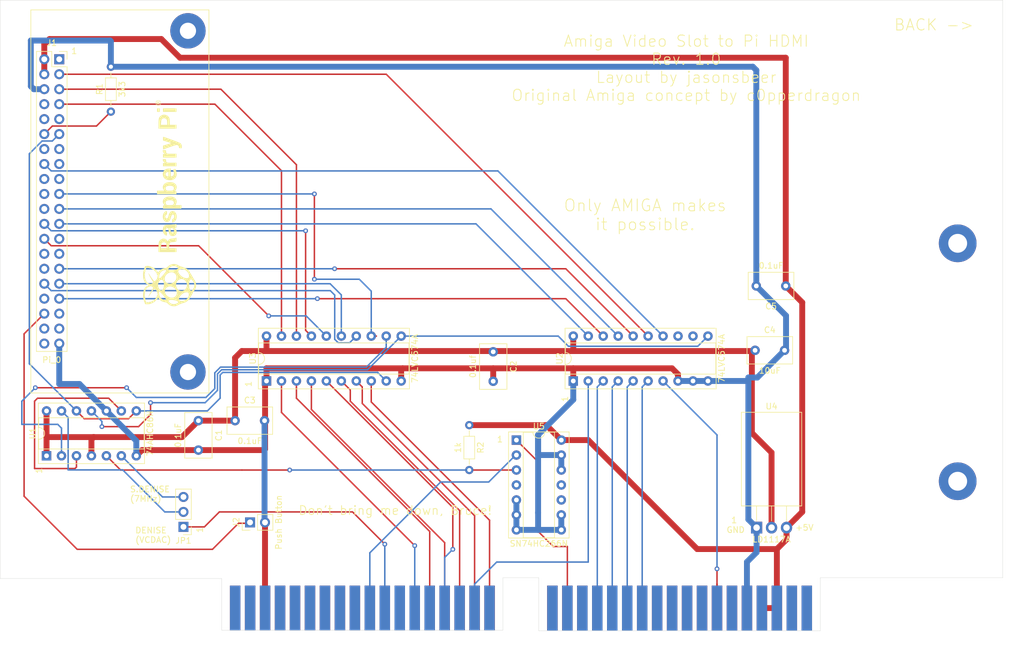
<source format=kicad_pcb>
(kicad_pcb (version 20171130) (host pcbnew 5.1.6+dfsg1-1)

  (general
    (thickness 1.6)
    (drawings 27)
    (tracks 324)
    (zones 0)
    (modules 20)
    (nets 118)
  )

  (page A4)
  (layers
    (0 F.Cu signal)
    (31 B.Cu signal)
    (32 B.Adhes user)
    (33 F.Adhes user)
    (34 B.Paste user)
    (35 F.Paste user)
    (36 B.SilkS user)
    (37 F.SilkS user)
    (38 B.Mask user)
    (39 F.Mask user)
    (40 Dwgs.User user)
    (41 Cmts.User user)
    (42 Eco1.User user)
    (43 Eco2.User user)
    (44 Edge.Cuts user)
    (45 Margin user)
    (46 B.CrtYd user)
    (47 F.CrtYd user)
    (48 B.Fab user)
    (49 F.Fab user)
  )

  (setup
    (last_trace_width 0.25)
    (user_trace_width 0.381)
    (trace_clearance 0.2)
    (zone_clearance 0.508)
    (zone_45_only no)
    (trace_min 0.2)
    (via_size 0.8)
    (via_drill 0.4)
    (via_min_size 0.4)
    (via_min_drill 0.3)
    (uvia_size 0.3)
    (uvia_drill 0.1)
    (uvias_allowed no)
    (uvia_min_size 0.2)
    (uvia_min_drill 0.1)
    (edge_width 0.05)
    (segment_width 0.2)
    (pcb_text_width 0.3)
    (pcb_text_size 1.5 1.5)
    (mod_edge_width 0.12)
    (mod_text_size 1 1)
    (mod_text_width 0.15)
    (pad_size 6.4 6.4)
    (pad_drill 3.2)
    (pad_to_mask_clearance 0.051)
    (solder_mask_min_width 0.25)
    (aux_axis_origin 0 0)
    (visible_elements FFFFFF7F)
    (pcbplotparams
      (layerselection 0x310fc_ffffffff)
      (usegerberextensions false)
      (usegerberattributes false)
      (usegerberadvancedattributes false)
      (creategerberjobfile false)
      (excludeedgelayer true)
      (linewidth 0.100000)
      (plotframeref false)
      (viasonmask false)
      (mode 1)
      (useauxorigin false)
      (hpglpennumber 1)
      (hpglpenspeed 20)
      (hpglpendiameter 15.000000)
      (psnegative false)
      (psa4output false)
      (plotreference true)
      (plotvalue true)
      (plotinvisibletext false)
      (padsonsilk false)
      (subtractmaskfromsilk false)
      (outputformat 1)
      (mirror false)
      (drillshape 0)
      (scaleselection 1)
      (outputdirectory "Gerbers/"))
  )

  (net 0 "")
  (net 1 GND)
  (net 2 +3V3)
  (net 3 "Net-(CN203-Pad20)")
  (net 4 "Net-(CN203-Pad22)")
  (net 5 "Net-(CN203-Pad35)")
  (net 6 "Net-(CN203-Pad2)")
  (net 7 "Net-(CN203-Pad31)")
  (net 8 "Net-(CN203-Pad33)")
  (net 9 "Net-(CN203-Pad4)")
  (net 10 +5V)
  (net 11 "Net-(CN203-Pad32)")
  (net 12 "Net-(CN203-Pad28)")
  (net 13 "Net-(CN203-Pad30)")
  (net 14 /CSYNC)
  (net 15 "Net-(CN203-Pad15)")
  (net 16 "Net-(CN203-Pad17)")
  (net 17 "Net-(CN203-Pad11)")
  (net 18 "Net-(CN203-Pad13)")
  (net 19 "Net-(CN203-Pad7)")
  (net 20 "Net-(CN203-Pad36)")
  (net 21 "Net-(CN203-Pad19)")
  (net 22 "Net-(CN203-Pad21)")
  (net 23 /B0)
  (net 24 /B3)
  (net 25 "Net-(CN203-Pad3)")
  (net 26 "Net-(CN203-Pad5)")
  (net 27 "Net-(CN203-Pad1)")
  (net 28 /G3)
  (net 29 /R3)
  (net 30 "Net-(CN203-Pad24)")
  (net 31 "Net-(CN203-Pad26)")
  (net 32 "Net-(CN203-Pad16)")
  (net 33 "Net-(CN203-Pad18)")
  (net 34 "Net-(CN203-Pad10)")
  (net 35 "Net-(CN207-Pad20)")
  (net 36 "Net-(CN207-Pad22)")
  (net 37 "Net-(CN207-Pad35)")
  (net 38 /R0)
  (net 39 "Net-(CN207-Pad31)")
  (net 40 "Net-(CN207-Pad33)")
  (net 41 /R2)
  (net 42 /G0)
  (net 43 "Net-(CN207-Pad34)")
  (net 44 "Net-(CN207-Pad28)")
  (net 45 "Net-(CN207-Pad30)")
  (net 46 "Net-(CN207-Pad12)")
  (net 47 "Net-(CN207-Pad14)")
  (net 48 /VCDAC)
  (net 49 /B2)
  (net 50 "Net-(CN207-Pad13)")
  (net 51 /G1)
  (net 52 "Net-(CN207-Pad9)")
  (net 53 "Net-(CN207-Pad36)")
  (net 54 "Net-(CN207-Pad19)")
  (net 55 "Net-(CN207-Pad21)")
  (net 56 "Net-(CN207-Pad23)")
  (net 57 "Net-(CN207-Pad25)")
  (net 58 /R1)
  (net 59 "Net-(CN207-Pad5)")
  (net 60 "Net-(CN207-Pad1)")
  (net 61 "Net-(CN207-Pad27)")
  (net 62 "Net-(CN207-Pad29)")
  (net 63 "Net-(CN207-Pad24)")
  (net 64 "Net-(CN207-Pad26)")
  (net 65 "Net-(CN207-Pad16)")
  (net 66 "Net-(CN207-Pad18)")
  (net 67 /G2)
  (net 68 /B1)
  (net 69 "Net-(J1-Pad40)")
  (net 70 "Net-(J1-Pad38)")
  (net 71 "Net-(J1-Pad37)")
  (net 72 "Net-(J1-Pad36)")
  (net 73 "Net-(J1-Pad35)")
  (net 74 /PIR3)
  (net 75 /PIR2)
  (net 76 /PIG0)
  (net 77 /PIB3)
  (net 78 "Net-(J1-Pad28)")
  (net 79 "Net-(J1-Pad27)")
  (net 80 /PIG1)
  (net 81 "Net-(J1-Pad25)")
  (net 82 /PIG2)
  (net 83 /PIR1)
  (net 84 "Net-(J1-Pad22)")
  (net 85 /PIG3)
  (net 86 /PIR0)
  (net 87 "Net-(J1-Pad18)")
  (net 88 "Net-(J1-Pad17)")
  (net 89 /PICSYNC)
  (net 90 "Net-(J1-Pad15)")
  (net 91 "Net-(J1-Pad13)")
  (net 92 "Net-(J1-Pad12)")
  (net 93 /PICLK)
  (net 94 "Net-(J1-Pad10)")
  (net 95 "Net-(J1-Pad8)")
  (net 96 /PIB2)
  (net 97 /PIB1)
  (net 98 /PIB0)
  (net 99 "Net-(J1-Pad1)")
  (net 100 "Net-(JP1-Pad3)")
  (net 101 "Net-(JP1-Pad2)")
  (net 102 "Net-(U1-Pad11)")
  (net 103 "Net-(U1-Pad3)")
  (net 104 "Net-(U1-Pad2)")
  (net 105 "Net-(U2-Pad13)")
  (net 106 "Net-(U2-Pad12)")
  (net 107 "Net-(J1-Pad34)")
  (net 108 "Net-(J1-Pad30)")
  (net 109 "Net-(J1-Pad20)")
  (net 110 "Net-(J1-Pad14)")
  (net 111 "Net-(J1-Pad9)")
  (net 112 /C1)
  (net 113 /C3)
  (net 114 "Net-(U5-Pad11)")
  (net 115 "Net-(R2-Pad2)")
  (net 116 "Net-(U5-Pad4)")
  (net 117 "Net-(U5-Pad10)")

  (net_class Default "This is the default net class."
    (clearance 0.2)
    (trace_width 0.25)
    (via_dia 0.8)
    (via_drill 0.4)
    (uvia_dia 0.3)
    (uvia_drill 0.1)
    (add_net /B0)
    (add_net /B1)
    (add_net /B2)
    (add_net /B3)
    (add_net /C1)
    (add_net /C3)
    (add_net /CSYNC)
    (add_net /G0)
    (add_net /G1)
    (add_net /G2)
    (add_net /G3)
    (add_net /PIB0)
    (add_net /PIB1)
    (add_net /PIB2)
    (add_net /PIB3)
    (add_net /PICLK)
    (add_net /PICSYNC)
    (add_net /PIG0)
    (add_net /PIG1)
    (add_net /PIG2)
    (add_net /PIG3)
    (add_net /PIR0)
    (add_net /PIR1)
    (add_net /PIR2)
    (add_net /PIR3)
    (add_net /R0)
    (add_net /R1)
    (add_net /R2)
    (add_net /R3)
    (add_net /VCDAC)
    (add_net "Net-(CN203-Pad1)")
    (add_net "Net-(CN203-Pad10)")
    (add_net "Net-(CN203-Pad11)")
    (add_net "Net-(CN203-Pad13)")
    (add_net "Net-(CN203-Pad15)")
    (add_net "Net-(CN203-Pad16)")
    (add_net "Net-(CN203-Pad17)")
    (add_net "Net-(CN203-Pad18)")
    (add_net "Net-(CN203-Pad19)")
    (add_net "Net-(CN203-Pad2)")
    (add_net "Net-(CN203-Pad20)")
    (add_net "Net-(CN203-Pad21)")
    (add_net "Net-(CN203-Pad22)")
    (add_net "Net-(CN203-Pad24)")
    (add_net "Net-(CN203-Pad26)")
    (add_net "Net-(CN203-Pad28)")
    (add_net "Net-(CN203-Pad3)")
    (add_net "Net-(CN203-Pad30)")
    (add_net "Net-(CN203-Pad31)")
    (add_net "Net-(CN203-Pad32)")
    (add_net "Net-(CN203-Pad33)")
    (add_net "Net-(CN203-Pad35)")
    (add_net "Net-(CN203-Pad36)")
    (add_net "Net-(CN203-Pad4)")
    (add_net "Net-(CN203-Pad5)")
    (add_net "Net-(CN203-Pad7)")
    (add_net "Net-(CN207-Pad1)")
    (add_net "Net-(CN207-Pad12)")
    (add_net "Net-(CN207-Pad13)")
    (add_net "Net-(CN207-Pad14)")
    (add_net "Net-(CN207-Pad16)")
    (add_net "Net-(CN207-Pad18)")
    (add_net "Net-(CN207-Pad19)")
    (add_net "Net-(CN207-Pad20)")
    (add_net "Net-(CN207-Pad21)")
    (add_net "Net-(CN207-Pad22)")
    (add_net "Net-(CN207-Pad23)")
    (add_net "Net-(CN207-Pad24)")
    (add_net "Net-(CN207-Pad25)")
    (add_net "Net-(CN207-Pad26)")
    (add_net "Net-(CN207-Pad27)")
    (add_net "Net-(CN207-Pad28)")
    (add_net "Net-(CN207-Pad29)")
    (add_net "Net-(CN207-Pad30)")
    (add_net "Net-(CN207-Pad31)")
    (add_net "Net-(CN207-Pad33)")
    (add_net "Net-(CN207-Pad34)")
    (add_net "Net-(CN207-Pad35)")
    (add_net "Net-(CN207-Pad36)")
    (add_net "Net-(CN207-Pad5)")
    (add_net "Net-(CN207-Pad9)")
    (add_net "Net-(J1-Pad1)")
    (add_net "Net-(J1-Pad10)")
    (add_net "Net-(J1-Pad12)")
    (add_net "Net-(J1-Pad13)")
    (add_net "Net-(J1-Pad14)")
    (add_net "Net-(J1-Pad15)")
    (add_net "Net-(J1-Pad17)")
    (add_net "Net-(J1-Pad18)")
    (add_net "Net-(J1-Pad20)")
    (add_net "Net-(J1-Pad22)")
    (add_net "Net-(J1-Pad25)")
    (add_net "Net-(J1-Pad27)")
    (add_net "Net-(J1-Pad28)")
    (add_net "Net-(J1-Pad30)")
    (add_net "Net-(J1-Pad34)")
    (add_net "Net-(J1-Pad35)")
    (add_net "Net-(J1-Pad36)")
    (add_net "Net-(J1-Pad37)")
    (add_net "Net-(J1-Pad38)")
    (add_net "Net-(J1-Pad40)")
    (add_net "Net-(J1-Pad8)")
    (add_net "Net-(J1-Pad9)")
    (add_net "Net-(JP1-Pad2)")
    (add_net "Net-(JP1-Pad3)")
    (add_net "Net-(R2-Pad2)")
    (add_net "Net-(U1-Pad11)")
    (add_net "Net-(U1-Pad2)")
    (add_net "Net-(U1-Pad3)")
    (add_net "Net-(U2-Pad12)")
    (add_net "Net-(U2-Pad13)")
    (add_net "Net-(U5-Pad10)")
    (add_net "Net-(U5-Pad11)")
    (add_net "Net-(U5-Pad4)")
  )

  (net_class Power ""
    (clearance 0.4)
    (trace_width 1)
    (via_dia 1.6)
    (via_drill 0.8)
    (uvia_dia 0.3)
    (uvia_drill 0.1)
    (add_net +3V3)
    (add_net +5V)
    (add_net GND)
  )

  (module Connector_PinHeader_2.54mm:PinHeader_1x02_P2.54mm_Vertical (layer F.Cu) (tedit 59FED5CC) (tstamp 603F3EF3)
    (at 103.886 133.985 90)
    (descr "Through hole straight pin header, 1x02, 2.54mm pitch, single row")
    (tags "Through hole pin header THT 1x02 2.54mm single row")
    (path /6055C5D4)
    (fp_text reference J2 (at 0 -2.33 90) (layer F.SilkS)
      (effects (font (size 1 1) (thickness 0.15)))
    )
    (fp_text value "Push Button" (at 0 4.87 90) (layer F.SilkS)
      (effects (font (size 1 1) (thickness 0.15)))
    )
    (fp_text user %R (at 0 1.27) (layer F.Fab)
      (effects (font (size 1 1) (thickness 0.15)))
    )
    (fp_line (start -0.635 -1.27) (end 1.27 -1.27) (layer F.Fab) (width 0.1))
    (fp_line (start 1.27 -1.27) (end 1.27 3.81) (layer F.Fab) (width 0.1))
    (fp_line (start 1.27 3.81) (end -1.27 3.81) (layer F.Fab) (width 0.1))
    (fp_line (start -1.27 3.81) (end -1.27 -0.635) (layer F.Fab) (width 0.1))
    (fp_line (start -1.27 -0.635) (end -0.635 -1.27) (layer F.Fab) (width 0.1))
    (fp_line (start -1.33 3.87) (end 1.33 3.87) (layer F.SilkS) (width 0.12))
    (fp_line (start -1.33 1.27) (end -1.33 3.87) (layer F.SilkS) (width 0.12))
    (fp_line (start 1.33 1.27) (end 1.33 3.87) (layer F.SilkS) (width 0.12))
    (fp_line (start -1.33 1.27) (end 1.33 1.27) (layer F.SilkS) (width 0.12))
    (fp_line (start -1.33 0) (end -1.33 -1.33) (layer F.SilkS) (width 0.12))
    (fp_line (start -1.33 -1.33) (end 0 -1.33) (layer F.SilkS) (width 0.12))
    (fp_line (start -1.8 -1.8) (end -1.8 4.35) (layer F.CrtYd) (width 0.05))
    (fp_line (start -1.8 4.35) (end 1.8 4.35) (layer F.CrtYd) (width 0.05))
    (fp_line (start 1.8 4.35) (end 1.8 -1.8) (layer F.CrtYd) (width 0.05))
    (fp_line (start 1.8 -1.8) (end -1.8 -1.8) (layer F.CrtYd) (width 0.05))
    (pad 2 thru_hole oval (at 0 2.54 90) (size 1.7 1.7) (drill 1) (layers *.Cu *.Mask)
      (net 1 GND))
    (pad 1 thru_hole rect (at 0 0 90) (size 1.7 1.7) (drill 1) (layers *.Cu *.Mask)
      (net 72 "Net-(J1-Pad36)"))
    (model ${KISYS3DMOD}/Connector_PinHeader_2.54mm.3dshapes/PinHeader_1x02_P2.54mm_Vertical.wrl
      (at (xyz 0 0 0))
      (scale (xyz 1 1 1))
      (rotate (xyz 0 0 0))
    )
  )

  (module Connector_PinHeader_2.54mm:PinHeader_1x03_P2.54mm_Vertical (layer F.Cu) (tedit 59FED5CC) (tstamp 603F246B)
    (at 92.583 134.747 180)
    (descr "Through hole straight pin header, 1x03, 2.54mm pitch, single row")
    (tags "Through hole pin header THT 1x03 2.54mm single row")
    (path /60167A99)
    (fp_text reference JP1 (at 0 -2.33) (layer F.SilkS)
      (effects (font (size 1 1) (thickness 0.15)))
    )
    (fp_text value JP1 (at 0 7.41) (layer F.Fab)
      (effects (font (size 1 1) (thickness 0.15)))
    )
    (fp_text user %R (at 0 2.54 90) (layer F.Fab)
      (effects (font (size 1 1) (thickness 0.15)))
    )
    (fp_line (start -0.635 -1.27) (end 1.27 -1.27) (layer F.Fab) (width 0.1))
    (fp_line (start 1.27 -1.27) (end 1.27 6.35) (layer F.Fab) (width 0.1))
    (fp_line (start 1.27 6.35) (end -1.27 6.35) (layer F.Fab) (width 0.1))
    (fp_line (start -1.27 6.35) (end -1.27 -0.635) (layer F.Fab) (width 0.1))
    (fp_line (start -1.27 -0.635) (end -0.635 -1.27) (layer F.Fab) (width 0.1))
    (fp_line (start -1.33 6.41) (end 1.33 6.41) (layer F.SilkS) (width 0.12))
    (fp_line (start -1.33 1.27) (end -1.33 6.41) (layer F.SilkS) (width 0.12))
    (fp_line (start 1.33 1.27) (end 1.33 6.41) (layer F.SilkS) (width 0.12))
    (fp_line (start -1.33 1.27) (end 1.33 1.27) (layer F.SilkS) (width 0.12))
    (fp_line (start -1.33 0) (end -1.33 -1.33) (layer F.SilkS) (width 0.12))
    (fp_line (start -1.33 -1.33) (end 0 -1.33) (layer F.SilkS) (width 0.12))
    (fp_line (start -1.8 -1.8) (end -1.8 6.85) (layer F.CrtYd) (width 0.05))
    (fp_line (start -1.8 6.85) (end 1.8 6.85) (layer F.CrtYd) (width 0.05))
    (fp_line (start 1.8 6.85) (end 1.8 -1.8) (layer F.CrtYd) (width 0.05))
    (fp_line (start 1.8 -1.8) (end -1.8 -1.8) (layer F.CrtYd) (width 0.05))
    (pad 3 thru_hole oval (at 0 5.08 180) (size 1.7 1.7) (drill 1) (layers *.Cu *.Mask)
      (net 100 "Net-(JP1-Pad3)"))
    (pad 2 thru_hole oval (at 0 2.54 180) (size 1.7 1.7) (drill 1) (layers *.Cu *.Mask)
      (net 101 "Net-(JP1-Pad2)"))
    (pad 1 thru_hole rect (at 0 0 180) (size 1.7 1.7) (drill 1) (layers *.Cu *.Mask)
      (net 48 /VCDAC))
    (model ${KISYS3DMOD}/Connector_PinHeader_2.54mm.3dshapes/PinHeader_1x03_P2.54mm_Vertical.wrl
      (at (xyz 0 0 0))
      (scale (xyz 1 1 1))
      (rotate (xyz 0 0 0))
    )
  )

  (module Package_DIP:DIP-14_W7.62mm_Socket (layer F.Cu) (tedit 5A02E8C5) (tstamp 603F05F0)
    (at 149.098 120.015)
    (descr "14-lead though-hole mounted DIP package, row spacing 7.62 mm (300 mils), Socket")
    (tags "THT DIP DIL PDIP 2.54mm 7.62mm 300mil Socket")
    (path /603E3E2D)
    (fp_text reference U5 (at 3.81 -2.33) (layer F.SilkS)
      (effects (font (size 1 1) (thickness 0.15)))
    )
    (fp_text value SN74HC266N (at 3.81 17.57) (layer F.SilkS)
      (effects (font (size 1 1) (thickness 0.15)))
    )
    (fp_text user %R (at 3.81 7.62) (layer F.Fab)
      (effects (font (size 1 1) (thickness 0.15)))
    )
    (fp_arc (start 3.81 -1.33) (end 2.81 -1.33) (angle -180) (layer F.SilkS) (width 0.12))
    (fp_line (start 1.635 -1.27) (end 6.985 -1.27) (layer F.Fab) (width 0.1))
    (fp_line (start 6.985 -1.27) (end 6.985 16.51) (layer F.Fab) (width 0.1))
    (fp_line (start 6.985 16.51) (end 0.635 16.51) (layer F.Fab) (width 0.1))
    (fp_line (start 0.635 16.51) (end 0.635 -0.27) (layer F.Fab) (width 0.1))
    (fp_line (start 0.635 -0.27) (end 1.635 -1.27) (layer F.Fab) (width 0.1))
    (fp_line (start -1.27 -1.33) (end -1.27 16.57) (layer F.Fab) (width 0.1))
    (fp_line (start -1.27 16.57) (end 8.89 16.57) (layer F.Fab) (width 0.1))
    (fp_line (start 8.89 16.57) (end 8.89 -1.33) (layer F.Fab) (width 0.1))
    (fp_line (start 8.89 -1.33) (end -1.27 -1.33) (layer F.Fab) (width 0.1))
    (fp_line (start 2.81 -1.33) (end 1.16 -1.33) (layer F.SilkS) (width 0.12))
    (fp_line (start 1.16 -1.33) (end 1.16 16.57) (layer F.SilkS) (width 0.12))
    (fp_line (start 1.16 16.57) (end 6.46 16.57) (layer F.SilkS) (width 0.12))
    (fp_line (start 6.46 16.57) (end 6.46 -1.33) (layer F.SilkS) (width 0.12))
    (fp_line (start 6.46 -1.33) (end 4.81 -1.33) (layer F.SilkS) (width 0.12))
    (fp_line (start -1.33 -1.39) (end -1.33 16.63) (layer F.SilkS) (width 0.12))
    (fp_line (start -1.33 16.63) (end 8.95 16.63) (layer F.SilkS) (width 0.12))
    (fp_line (start 8.95 16.63) (end 8.95 -1.39) (layer F.SilkS) (width 0.12))
    (fp_line (start 8.95 -1.39) (end -1.33 -1.39) (layer F.SilkS) (width 0.12))
    (fp_line (start -1.55 -1.6) (end -1.55 16.85) (layer F.CrtYd) (width 0.05))
    (fp_line (start -1.55 16.85) (end 9.15 16.85) (layer F.CrtYd) (width 0.05))
    (fp_line (start 9.15 16.85) (end 9.15 -1.6) (layer F.CrtYd) (width 0.05))
    (fp_line (start 9.15 -1.6) (end -1.55 -1.6) (layer F.CrtYd) (width 0.05))
    (pad 14 thru_hole oval (at 7.62 0) (size 1.6 1.6) (drill 0.8) (layers *.Cu *.Mask)
      (net 10 +5V))
    (pad 7 thru_hole oval (at 0 15.24) (size 1.6 1.6) (drill 0.8) (layers *.Cu *.Mask)
      (net 1 GND))
    (pad 13 thru_hole oval (at 7.62 2.54) (size 1.6 1.6) (drill 0.8) (layers *.Cu *.Mask)
      (net 1 GND))
    (pad 6 thru_hole oval (at 0 12.7) (size 1.6 1.6) (drill 0.8) (layers *.Cu *.Mask)
      (net 1 GND))
    (pad 12 thru_hole oval (at 7.62 5.08) (size 1.6 1.6) (drill 0.8) (layers *.Cu *.Mask)
      (net 1 GND))
    (pad 5 thru_hole oval (at 0 10.16) (size 1.6 1.6) (drill 0.8) (layers *.Cu *.Mask)
      (net 1 GND))
    (pad 11 thru_hole oval (at 7.62 7.62) (size 1.6 1.6) (drill 0.8) (layers *.Cu *.Mask)
      (net 114 "Net-(U5-Pad11)"))
    (pad 4 thru_hole oval (at 0 7.62) (size 1.6 1.6) (drill 0.8) (layers *.Cu *.Mask)
      (net 116 "Net-(U5-Pad4)"))
    (pad 10 thru_hole oval (at 7.62 10.16) (size 1.6 1.6) (drill 0.8) (layers *.Cu *.Mask)
      (net 117 "Net-(U5-Pad10)"))
    (pad 3 thru_hole oval (at 0 5.08) (size 1.6 1.6) (drill 0.8) (layers *.Cu *.Mask)
      (net 115 "Net-(R2-Pad2)"))
    (pad 9 thru_hole oval (at 7.62 12.7) (size 1.6 1.6) (drill 0.8) (layers *.Cu *.Mask)
      (net 1 GND))
    (pad 2 thru_hole oval (at 0 2.54) (size 1.6 1.6) (drill 0.8) (layers *.Cu *.Mask)
      (net 113 /C3))
    (pad 8 thru_hole oval (at 7.62 15.24) (size 1.6 1.6) (drill 0.8) (layers *.Cu *.Mask)
      (net 1 GND))
    (pad 1 thru_hole rect (at 0 0) (size 1.6 1.6) (drill 0.8) (layers *.Cu *.Mask)
      (net 112 /C1))
    (model ${KISYS3DMOD}/Package_DIP.3dshapes/DIP-14_W7.62mm_Socket.wrl
      (at (xyz 0 0 0))
      (scale (xyz 1 1 1))
      (rotate (xyz 0 0 0))
    )
  )

  (module Resistor_THT:R_Axial_DIN0204_L3.6mm_D1.6mm_P7.62mm_Horizontal (layer F.Cu) (tedit 5AE5139B) (tstamp 603F0785)
    (at 141.097 117.475 270)
    (descr "Resistor, Axial_DIN0204 series, Axial, Horizontal, pin pitch=7.62mm, 0.167W, length*diameter=3.6*1.6mm^2, http://cdn-reichelt.de/documents/datenblatt/B400/1_4W%23YAG.pdf")
    (tags "Resistor Axial_DIN0204 series Axial Horizontal pin pitch 7.62mm 0.167W length 3.6mm diameter 1.6mm")
    (path /603FD2B9)
    (fp_text reference R2 (at 3.81 -1.92 90) (layer F.SilkS)
      (effects (font (size 1 1) (thickness 0.15)))
    )
    (fp_text value 1k (at 3.81 1.92 90) (layer F.SilkS)
      (effects (font (size 1 1) (thickness 0.15)))
    )
    (fp_text user %R (at 3.81 0 90) (layer F.Fab)
      (effects (font (size 0.72 0.72) (thickness 0.108)))
    )
    (fp_line (start 2.01 -0.8) (end 2.01 0.8) (layer F.Fab) (width 0.1))
    (fp_line (start 2.01 0.8) (end 5.61 0.8) (layer F.Fab) (width 0.1))
    (fp_line (start 5.61 0.8) (end 5.61 -0.8) (layer F.Fab) (width 0.1))
    (fp_line (start 5.61 -0.8) (end 2.01 -0.8) (layer F.Fab) (width 0.1))
    (fp_line (start 0 0) (end 2.01 0) (layer F.Fab) (width 0.1))
    (fp_line (start 7.62 0) (end 5.61 0) (layer F.Fab) (width 0.1))
    (fp_line (start 1.89 -0.92) (end 1.89 0.92) (layer F.SilkS) (width 0.12))
    (fp_line (start 1.89 0.92) (end 5.73 0.92) (layer F.SilkS) (width 0.12))
    (fp_line (start 5.73 0.92) (end 5.73 -0.92) (layer F.SilkS) (width 0.12))
    (fp_line (start 5.73 -0.92) (end 1.89 -0.92) (layer F.SilkS) (width 0.12))
    (fp_line (start 0.94 0) (end 1.89 0) (layer F.SilkS) (width 0.12))
    (fp_line (start 6.68 0) (end 5.73 0) (layer F.SilkS) (width 0.12))
    (fp_line (start -0.95 -1.05) (end -0.95 1.05) (layer F.CrtYd) (width 0.05))
    (fp_line (start -0.95 1.05) (end 8.57 1.05) (layer F.CrtYd) (width 0.05))
    (fp_line (start 8.57 1.05) (end 8.57 -1.05) (layer F.CrtYd) (width 0.05))
    (fp_line (start 8.57 -1.05) (end -0.95 -1.05) (layer F.CrtYd) (width 0.05))
    (pad 2 thru_hole oval (at 7.62 0 270) (size 1.4 1.4) (drill 0.7) (layers *.Cu *.Mask)
      (net 115 "Net-(R2-Pad2)"))
    (pad 1 thru_hole circle (at 0 0 270) (size 1.4 1.4) (drill 0.7) (layers *.Cu *.Mask)
      (net 10 +5V))
    (model ${KISYS3DMOD}/Resistor_THT.3dshapes/R_Axial_DIN0204_L3.6mm_D1.6mm_P7.62mm_Horizontal.wrl
      (at (xyz 0 0 0))
      (scale (xyz 1 1 1))
      (rotate (xyz 0 0 0))
    )
  )

  (module MountingHole:MountingHole_3.2mm_M3_Pad (layer F.Cu) (tedit 603F0482) (tstamp 6027D0A2)
    (at 224 127)
    (descr "Mounting Hole 3.2mm, M3")
    (tags "mounting hole 3.2mm m3")
    (attr virtual)
    (fp_text reference REF** (at 0 -4.2) (layer F.SilkS) hide
      (effects (font (size 1 1) (thickness 0.15)))
    )
    (fp_text value MountingHole_3.2mm_M3_Pad (at 0 4.2) (layer F.Fab)
      (effects (font (size 1 1) (thickness 0.15)))
    )
    (fp_circle (center 0 0) (end 3.2 0) (layer Cmts.User) (width 0.15))
    (fp_circle (center 0 0) (end 3.45 0) (layer F.CrtYd) (width 0.05))
    (fp_text user %R (at 0.3 0) (layer F.Fab)
      (effects (font (size 1 1) (thickness 0.15)))
    )
    (pad 1 thru_hole circle (at 0 0) (size 6.4 6.4) (drill 3.2) (layers *.Cu *.Mask))
  )

  (module MountingHole:MountingHole_3.2mm_M3_Pad (layer F.Cu) (tedit 56D1B4CB) (tstamp 6027D05F)
    (at 224 86.614)
    (descr "Mounting Hole 3.2mm, M3")
    (tags "mounting hole 3.2mm m3")
    (attr virtual)
    (fp_text reference REF** (at 0 -4.2) (layer F.SilkS) hide
      (effects (font (size 1 1) (thickness 0.15)))
    )
    (fp_text value MountingHole_3.2mm_M3_Pad (at 0 4.2) (layer F.Fab)
      (effects (font (size 1 1) (thickness 0.15)))
    )
    (fp_circle (center 0 0) (end 3.45 0) (layer F.CrtYd) (width 0.05))
    (fp_circle (center 0 0) (end 3.2 0) (layer Cmts.User) (width 0.15))
    (fp_text user %R (at 0.3 0) (layer F.Fab)
      (effects (font (size 1 1) (thickness 0.15)))
    )
    (pad 1 thru_hole circle (at 0 0) (size 6.4 6.4) (drill 3.2) (layers *.Cu *.Mask))
  )

  (module Amiga:RaspberryPiZerowithHoles (layer F.Cu) (tedit 602738D6) (tstamp 6027A9FE)
    (at 81.915 79.121 90)
    (fp_text reference G*** (at -0.127 8.001 90) (layer F.SilkS) hide
      (effects (font (size 1.524 1.524) (thickness 0.3)))
    )
    (fp_text value LOGO (at 0.623 8.001 90) (layer F.SilkS) hide
      (effects (font (size 1.524 1.524) (thickness 0.3)))
    )
    (fp_line (start -32.893 14.986) (end -32.893 -15.24) (layer F.SilkS) (width 0.12))
    (fp_line (start 32.131 14.986) (end -32.893 14.986) (layer F.SilkS) (width 0.12))
    (fp_line (start 32.131 -15.24) (end 32.131 14.986) (layer F.SilkS) (width 0.12))
    (fp_line (start -32.893 -15.24) (end 32.131 -15.24) (layer F.SilkS) (width 0.12))
    (fp_poly (pts (xy -16.163092 3.81208) (xy -15.92638 3.833334) (xy -15.702546 3.86815) (xy -15.511779 3.912993)
      (xy -15.374265 3.964326) (xy -15.328288 3.994366) (xy -15.240686 4.049575) (xy -15.181333 4.064607)
      (xy -15.095807 4.099233) (xy -14.987318 4.191257) (xy -14.871843 4.322894) (xy -14.765358 4.476363)
      (xy -14.697041 4.603645) (xy -14.592265 4.832504) (xy -14.488394 4.607306) (xy -14.395106 4.439567)
      (xy -14.281064 4.284651) (xy -14.161928 4.159706) (xy -14.05336 4.081876) (xy -13.992663 4.064607)
      (xy -13.895697 4.037104) (xy -13.833447 3.995927) (xy -13.719869 3.933198) (xy -13.541656 3.881508)
      (xy -13.318332 3.842654) (xy -13.069422 3.818433) (xy -12.814453 3.810641) (xy -12.572948 3.821075)
      (xy -12.364433 3.851532) (xy -12.336338 3.858157) (xy -12.17984 3.895662) (xy -12.010064 3.933887)
      (xy -11.979733 3.940399) (xy -11.848385 3.978798) (xy -11.74465 4.027187) (xy -11.722399 4.043536)
      (xy -11.625685 4.093451) (xy -11.544438 4.106941) (xy -11.423835 4.138415) (xy -11.356031 4.234376)
      (xy -11.338546 4.367225) (xy -11.338064 4.502473) (xy -11.336627 4.614941) (xy -11.34609 4.744889)
      (xy -11.373861 4.893926) (xy -11.412194 5.030287) (xy -11.453338 5.122208) (xy -11.463443 5.134812)
      (xy -11.502391 5.213577) (xy -11.510838 5.27439) (xy -11.538456 5.373257) (xy -11.574338 5.419274)
      (xy -11.628567 5.500398) (xy -11.637838 5.547014) (xy -11.667193 5.625543) (xy -11.738561 5.715127)
      (xy -11.745544 5.721747) (xy -11.842209 5.829057) (xy -11.915647 5.937244) (xy -11.993391 6.029416)
      (xy -12.081591 6.079036) (xy -12.170388 6.126927) (xy -12.209229 6.18093) (xy -12.263198 6.249895)
      (xy -12.358735 6.308783) (xy -12.484149 6.360732) (xy -12.259256 6.521774) (xy -12.118795 6.636594)
      (xy -11.990867 6.764968) (xy -11.924231 6.849237) (xy -11.820532 7.046528) (xy -11.737814 7.279512)
      (xy -11.68853 7.508691) (xy -11.680171 7.623296) (xy -11.671761 7.711466) (xy -11.638278 7.79281)
      (xy -11.567345 7.887677) (xy -11.446585 8.016419) (xy -11.432165 8.031057) (xy -11.218466 8.287916)
      (xy -11.081526 8.554907) (xy -11.013801 8.84997) (xy -11.003252 9.050945) (xy -11.028498 9.292454)
      (xy -11.096403 9.536116) (xy -11.196216 9.750288) (xy -11.28047 9.866997) (xy -11.316781 9.933697)
      (xy -11.367827 10.06195) (xy -11.426083 10.23162) (xy -11.470333 10.375135) (xy -11.586877 10.738867)
      (xy -11.704448 11.03025) (xy -11.83078 11.261337) (xy -11.973606 11.444181) (xy -12.14066 11.590833)
      (xy -12.323488 11.704738) (xy -12.482854 11.794685) (xy -12.642625 11.891467) (xy -12.717338 11.939954)
      (xy -12.841437 12.017693) (xy -13.006374 12.113009) (xy -13.1772 12.205728) (xy -13.183005 12.208756)
      (xy -13.368695 12.311802) (xy -13.563478 12.429828) (xy -13.715147 12.530392) (xy -14.026211 12.702582)
      (xy -14.360294 12.798745) (xy -14.703815 12.816322) (xy -14.985162 12.769722) (xy -15.151789 12.710785)
      (xy -15.329119 12.62618) (xy -15.488646 12.531452) (xy -15.601865 12.442147) (xy -15.617713 12.424788)
      (xy -15.684575 12.372379) (xy -15.803127 12.303093) (xy -15.937647 12.236668) (xy -16.121364 12.144774)
      (xy -16.32119 12.031986) (xy -16.380114 11.99511) (xy -15.55248 11.99511) (xy -15.52091 12.064788)
      (xy -15.397854 12.193361) (xy -15.21828 12.322151) (xy -15.008567 12.434137) (xy -14.855446 12.49424)
      (xy -14.68392 12.519869) (xy -14.471944 12.507624) (xy -14.252455 12.461854) (xy -14.063929 12.389741)
      (xy -13.878468 12.279149) (xy -13.729167 12.158) (xy -13.629414 12.039589) (xy -13.592593 11.93721)
      (xy -13.593529 11.922542) (xy -13.646903 11.837339) (xy -13.782515 11.745341) (xy -13.818005 11.726941)
      (xy -13.919972 11.680168) (xy -14.01657 11.649658) (xy -14.129816 11.632133) (xy -14.281724 11.62432)
      (xy -14.49431 11.622941) (xy -14.516505 11.623018) (xy -14.750211 11.626911) (xy -14.923627 11.638632)
      (xy -15.061007 11.661447) (xy -15.186605 11.698622) (xy -15.246928 11.721375) (xy -15.430442 11.810366)
      (xy -15.531545 11.900674) (xy -15.55248 11.99511) (xy -16.380114 11.99511) (xy -16.44848 11.952326)
      (xy -16.592805 11.860164) (xy -16.726423 11.781475) (xy -16.814732 11.735998) (xy -16.971438 11.639666)
      (xy -17.142002 11.489206) (xy -17.304831 11.307377) (xy -17.438333 11.116938) (xy -17.485996 11.028441)
      (xy -17.548074 10.889541) (xy -17.59167 10.776059) (xy -17.606805 10.716072) (xy -17.623122 10.622338)
      (xy -17.666178 10.4753) (xy -17.704033 10.365701) (xy -17.306407 10.365701) (xy -17.278741 10.617165)
      (xy -17.190688 10.86495) (xy -17.052218 11.09592) (xy -16.873297 11.296935) (xy -16.663894 11.454859)
      (xy -16.433977 11.556553) (xy -16.193512 11.588879) (xy -16.153761 11.586655) (xy -16.013019 11.561309)
      (xy -15.904214 11.517686) (xy -15.878594 11.49832) (xy -15.825356 11.392109) (xy -15.808137 11.231952)
      (xy -15.825539 11.039851) (xy -15.876161 10.837809) (xy -15.929044 10.705547) (xy -16.059352 10.491502)
      (xy -16.233537 10.292078) (xy -16.329781 10.210006) (xy -15.578124 10.210006) (xy -15.575889 10.455346)
      (xy -15.559019 10.535673) (xy -15.453779 10.785434) (xy -15.287598 10.988984) (xy -15.073956 11.140482)
      (xy -14.826336 11.234086) (xy -14.558216 11.263956) (xy -14.28308 11.224251) (xy -14.256629 11.214469)
      (xy -13.412931 11.214469) (xy -13.404387 11.380336) (xy -13.377762 11.464986) (xy -13.282798 11.557853)
      (xy -13.131401 11.607489) (xy -12.940845 11.612323) (xy -12.728406 11.570785) (xy -12.622984 11.53361)
      (xy -12.479137 11.449663) (xy -12.316547 11.316403) (xy -12.159455 11.157463) (xy -12.032103 10.996475)
      (xy -11.978281 10.90511) (xy -11.917687 10.711294) (xy -11.892291 10.475464) (xy -11.902794 10.232927)
      (xy -11.949901 10.01899) (xy -11.960089 9.991745) (xy -12.052035 9.847454) (xy -12.184714 9.777137)
      (xy -12.336338 9.774486) (xy -12.497356 9.830285) (xy -12.680568 9.946578) (xy -12.869694 10.108437)
      (xy -13.048456 10.300936) (xy -13.200574 10.509146) (xy -13.269768 10.630411) (xy -13.342246 10.813419)
      (xy -13.391092 11.016801) (xy -13.412931 11.214469) (xy -14.256629 11.214469) (xy -14.11403 11.161735)
      (xy -13.871282 11.008907) (xy -13.695301 10.815765) (xy -13.586838 10.594908) (xy -13.546644 10.358937)
      (xy -13.575471 10.12045) (xy -13.67407 9.892049) (xy -13.843193 9.686333) (xy -14.018134 9.553666)
      (xy -14.263804 9.443228) (xy -14.517011 9.401813) (xy -14.766747 9.422409) (xy -15.002006 9.497998)
      (xy -15.211779 9.621567) (xy -15.385062 9.786102) (xy -15.510845 9.984586) (xy -15.578124 10.210006)
      (xy -16.329781 10.210006) (xy -16.434139 10.121016) (xy -16.643698 9.992059) (xy -16.844755 9.91895)
      (xy -16.942871 9.907537) (xy -17.105645 9.934919) (xy -17.215015 10.024852) (xy -17.263719 10.123697)
      (xy -17.306407 10.365701) (xy -17.704033 10.365701) (xy -17.727236 10.298527) (xy -17.797556 10.115588)
      (xy -17.8684 9.950054) (xy -17.931028 9.825494) (xy -17.946162 9.800774) (xy -18.070754 9.58574)
      (xy -18.142624 9.386854) (xy -18.172894 9.166188) (xy -18.175809 9.017607) (xy -18.167607 8.946001)
      (xy -17.817968 8.946001) (xy -17.803384 9.21337) (xy -17.735719 9.470484) (xy -17.616561 9.693316)
      (xy -17.599638 9.715646) (xy -17.522901 9.792224) (xy -17.455067 9.79964) (xy -17.380034 9.734532)
      (xy -17.324061 9.658077) (xy -17.247061 9.50402) (xy -17.183956 9.300758) (xy -17.136654 9.067849)
      (xy -17.107065 8.824851) (xy -17.101566 8.695963) (xy -16.733873 8.695963) (xy -16.705136 8.938211)
      (xy -16.610055 9.159542) (xy -16.538475 9.255396) (xy -16.334561 9.432703) (xy -16.106166 9.52928)
      (xy -15.855208 9.544842) (xy -15.583603 9.479108) (xy -15.444027 9.41737) (xy -15.20763 9.259021)
      (xy -15.02159 9.055881) (xy -14.889268 8.821761) (xy -14.814026 8.570474) (xy -14.806898 8.44783)
      (xy -14.333859 8.44783) (xy -14.286013 8.671891) (xy -14.184304 8.881461) (xy -14.028567 9.090433)
      (xy -13.843 9.271) (xy -13.659777 9.391553) (xy -13.443468 9.462148) (xy -13.20795 9.483376)
      (xy -12.983621 9.45537) (xy -12.815801 9.387807) (xy -12.608685 9.21642) (xy -12.471022 9.003392)
      (xy -12.404942 8.758426) (xy -12.407911 8.654493) (xy -12.091277 8.654493) (xy -12.069224 8.895548)
      (xy -12.02694 9.140815) (xy -11.966518 9.371426) (xy -11.890054 9.568511) (xy -11.848729 9.64491)
      (xy -11.769481 9.742613) (xy -11.69161 9.764913) (xy -11.606954 9.709896) (xy -11.507349 9.575648)
      (xy -11.499453 9.562986) (xy -11.381276 9.296258) (xy -11.341684 9.016938) (xy -11.379088 8.739645)
      (xy -11.491899 8.478999) (xy -11.637865 8.289698) (xy -11.775188 8.160421) (xy -11.878026 8.098181)
      (xy -11.957541 8.098703) (xy -12.015118 8.145292) (xy -12.066318 8.260496) (xy -12.091007 8.43652)
      (xy -12.091277 8.654493) (xy -12.407911 8.654493) (xy -12.412577 8.491227) (xy -12.496057 8.211496)
      (xy -12.538043 8.123029) (xy -12.703772 7.875315) (xy -12.909908 7.681143) (xy -13.143596 7.545437)
      (xy -13.391982 7.473123) (xy -13.642211 7.469127) (xy -13.88143 7.538373) (xy -13.957441 7.579154)
      (xy -14.134443 7.733929) (xy -14.259687 7.941964) (xy -14.327913 8.185763) (xy -14.333859 8.44783)
      (xy -14.806898 8.44783) (xy -14.799225 8.31583) (xy -14.848224 8.071642) (xy -14.964385 7.851721)
      (xy -15.041331 7.762476) (xy -15.248742 7.600303) (xy -15.471472 7.519523) (xy -15.720281 7.516986)
      (xy -15.819001 7.534775) (xy -16.073606 7.628189) (xy -16.294645 7.779069) (xy -16.476653 7.97435)
      (xy -16.614169 8.200968) (xy -16.70173 8.445861) (xy -16.733873 8.695963) (xy -17.101566 8.695963)
      (xy -17.097101 8.591323) (xy -17.10867 8.386824) (xy -17.143684 8.230911) (xy -17.17841 8.16672)
      (xy -17.257982 8.068453) (xy -17.412909 8.186622) (xy -17.536611 8.300256) (xy -17.654384 8.43813)
      (xy -17.681537 8.476604) (xy -17.777881 8.692403) (xy -17.817968 8.946001) (xy -18.167607 8.946001)
      (xy -18.138351 8.690616) (xy -18.028316 8.398588) (xy -17.840889 8.130596) (xy -17.73718 8.021846)
      (xy -17.628906 7.911621) (xy -17.56254 7.820874) (xy -17.52276 7.718548) (xy -17.501211 7.608999)
      (xy -17.126167 7.608999) (xy -17.112054 7.714416) (xy -17.06138 7.747607) (xy -17.010286 7.725338)
      (xy -16.907985 7.665838) (xy -16.772883 7.580067) (xy -16.710801 7.538856) (xy -16.510283 7.394336)
      (xy -16.302949 7.228313) (xy -16.104674 7.055156) (xy -15.931327 6.889235) (xy -15.868253 6.82056)
      (xy -15.474122 6.82056) (xy -15.472365 6.952599) (xy -15.46619 6.971848) (xy -15.366239 7.128854)
      (xy -15.194611 7.246046) (xy -14.955112 7.321952) (xy -14.651553 7.355101) (xy -14.474171 7.355096)
      (xy -14.26494 7.344701) (xy -14.11528 7.325693) (xy -14.000177 7.293207) (xy -13.89462 7.242377)
      (xy -13.894574 7.242351) (xy -13.735357 7.119855) (xy -13.65798 6.982945) (xy -13.662288 6.838307)
      (xy -13.748126 6.69263) (xy -13.840872 6.61445) (xy -13.458171 6.61445) (xy -13.427615 6.669607)
      (xy -13.34446 6.766525) (xy -13.221484 6.893158) (xy -13.071459 7.037464) (xy -12.907162 7.187397)
      (xy -12.741366 7.330914) (xy -12.586847 7.455969) (xy -12.488449 7.528723) (xy -12.298527 7.65438)
      (xy -12.164094 7.725019) (xy -12.077663 7.742212) (xy -12.031749 7.707532) (xy -12.018838 7.627335)
      (xy -12.058461 7.357653) (xy -12.168757 7.099388) (xy -12.336865 6.875046) (xy -12.542056 6.711689)
      (xy -12.691397 6.641985) (xy -12.864344 6.588349) (xy -13.042994 6.552683) (xy -13.209442 6.536886)
      (xy -13.345782 6.542859) (xy -13.43411 6.572502) (xy -13.458171 6.61445) (xy -13.840872 6.61445)
      (xy -13.910485 6.555771) (xy -14.157098 6.424502) (xy -14.406763 6.360842) (xy -14.580005 6.350607)
      (xy -14.858159 6.378992) (xy -15.103461 6.470999) (xy -15.244635 6.558259) (xy -15.399466 6.691454)
      (xy -15.474122 6.82056) (xy -15.868253 6.82056) (xy -15.798781 6.744919) (xy -15.731195 6.651959)
      (xy -15.654718 6.519941) (xy -15.924737 6.519941) (xy -16.260998 6.553877) (xy -16.546207 6.654728)
      (xy -16.778512 6.821051) (xy -16.956061 7.051407) (xy -17.077002 7.344356) (xy -17.099627 7.433629)
      (xy -17.126167 7.608999) (xy -17.501211 7.608999) (xy -17.494245 7.573589) (xy -17.484476 7.50963)
      (xy -17.405557 7.170125) (xy -17.27339 6.887899) (xy -17.07832 6.647647) (xy -16.810693 6.434066)
      (xy -16.802505 6.428614) (xy -16.732647 6.377896) (xy -16.729941 6.350306) (xy -16.781338 6.327095)
      (xy -16.837991 6.299757) (xy -16.906091 6.251141) (xy -16.999662 6.169562) (xy -17.132729 6.043335)
      (xy -17.197238 5.980577) (xy -17.348678 5.829976) (xy -17.446816 5.724783) (xy -17.501195 5.653672)
      (xy -17.521356 5.605314) (xy -17.522171 5.594827) (xy -17.546698 5.524069) (xy -17.605791 5.43216)
      (xy -17.606838 5.430825) (xy -17.667012 5.330334) (xy -17.691505 5.242742) (xy -17.714225 5.145803)
      (xy -17.753147 5.068217) (xy -17.802187 4.963698) (xy -17.817846 4.88979) (xy -17.821283 4.805315)
      (xy -17.827275 4.667153) (xy -17.834041 4.515885) (xy -17.832309 4.318872) (xy -17.832247 4.318607)
      (xy -17.605594 4.318607) (xy -17.521708 4.456191) (xy -17.458858 4.567066) (xy -17.44491 4.627002)
      (xy -17.480862 4.65487) (xy -17.532755 4.664913) (xy -17.592031 4.676848) (xy -17.595596 4.700915)
      (xy -17.53999 4.756136) (xy -17.511588 4.781325) (xy -17.418851 4.87726) (xy -17.401414 4.934653)
      (xy -17.458671 4.953607) (xy -17.515872 4.973102) (xy -17.499011 5.031972) (xy -17.414284 5.12487)
      (xy -17.347231 5.194408) (xy -17.340085 5.230809) (xy -17.379023 5.251701) (xy -17.411866 5.275765)
      (xy -17.390256 5.316707) (xy -17.306194 5.388058) (xy -17.291916 5.399011) (xy -17.199836 5.473876)
      (xy -17.169857 5.516513) (xy -17.193825 5.541953) (xy -17.21076 5.548636) (xy -17.250867 5.572018)
      (xy -17.23335 5.604943) (xy -17.149792 5.661728) (xy -17.141171 5.667016) (xy -17.037284 5.728749)
      (xy -16.962114 5.770272) (xy -16.950671 5.775716) (xy -16.940764 5.809476) (xy -16.965839 5.834132)
      (xy -16.980279 5.866528) (xy -16.928574 5.905768) (xy -16.8215 5.95152) (xy -16.717693 5.99716)
      (xy -16.665965 6.032333) (xy -16.669013 6.045054) (xy -16.70543 6.076356) (xy -16.676707 6.111041)
      (xy -16.600581 6.135179) (xy -16.549469 6.138941) (xy -16.402118 6.153367) (xy -16.326879 6.194978)
      (xy -16.322874 6.248277) (xy -16.333265 6.28275) (xy -16.321255 6.300737) (xy -16.271514 6.302949)
      (xy -16.168715 6.290096) (xy -15.999694 6.263237) (xy -15.82533 6.224521) (xy -15.658532 6.170503)
      (xy -15.563686 6.127586) (xy -15.444602 6.039344) (xy -15.336503 5.923951) (xy -15.260285 5.807105)
      (xy -15.236171 5.724839) (xy -15.270223 5.671312) (xy -15.364453 5.582299) (xy -15.506978 5.466755)
      (xy -15.68591 5.333635) (xy -15.889366 5.191896) (xy -16.105459 5.050493) (xy -16.247802 4.962562)
      (xy -16.407513 4.863938) (xy -16.525556 4.786083) (xy -16.592057 4.735928) (xy -16.597141 4.720403)
      (xy -16.590838 4.721803) (xy -16.436515 4.777053) (xy -16.232867 4.867338) (xy -16.00161 4.981633)
      (xy -15.764461 5.108911) (xy -15.543133 5.238145) (xy -15.422085 5.315276) (xy -15.260797 5.421318)
      (xy -15.152866 5.485952) (xy -15.081568 5.515279) (xy -15.030179 5.515396) (xy -14.981974 5.492405)
      (xy -14.965469 5.481806) (xy -14.865657 5.37464) (xy -14.795399 5.220226) (xy -14.771435 5.063707)
      (xy -14.783802 5.003871) (xy -14.368648 5.003871) (xy -14.366892 5.175311) (xy -14.309357 5.342174)
      (xy -14.209148 5.471029) (xy -14.176045 5.495236) (xy -14.128962 5.515294) (xy -14.073285 5.511046)
      (xy -13.993106 5.475952) (xy -13.87252 5.403471) (xy -13.737277 5.314846) (xy -13.534957 5.189012)
      (xy -13.30202 5.057997) (xy -13.060974 4.933206) (xy -12.834325 4.826046) (xy -12.644581 4.747921)
      (xy -12.569171 4.722903) (xy -12.56239 4.731149) (xy -12.618781 4.775343) (xy -12.72848 4.8486)
      (xy -12.881625 4.94404) (xy -12.915204 4.964344) (xy -13.124555 5.095629) (xy -13.332424 5.235301)
      (xy -13.526582 5.374094) (xy -13.694803 5.502745) (xy -13.824858 5.611988) (xy -13.904519 5.692557)
      (xy -13.923838 5.728585) (xy -13.892006 5.823517) (xy -13.810421 5.939869) (xy -13.699953 6.052361)
      (xy -13.592909 6.129505) (xy -13.449256 6.192416) (xy -13.275918 6.244708) (xy -13.199234 6.260527)
      (xy -13.016721 6.289165) (xy -12.903623 6.301102) (xy -12.846256 6.295876) (xy -12.830939 6.273024)
      (xy -12.837136 6.248277) (xy -12.825588 6.186032) (xy -12.737633 6.148898) (xy -12.610541 6.138941)
      (xy -12.517138 6.125488) (xy -12.462134 6.094416) (xy -12.463266 6.059656) (xy -12.490997 6.045054)
      (xy -12.484146 6.022817) (xy -12.413906 5.983176) (xy -12.33851 5.95152) (xy -12.221477 5.900479)
      (xy -12.178143 5.862426) (xy -12.194171 5.834132) (xy -12.223896 5.791563) (xy -12.209338 5.775716)
      (xy -12.148726 5.743103) (xy -12.050014 5.684235) (xy -12.018838 5.664908) (xy -11.931366 5.605299)
      (xy -11.911146 5.572837) (xy -11.95061 5.555044) (xy -11.952006 5.554742) (xy -11.99101 5.537185)
      (xy -11.980252 5.501672) (xy -11.912384 5.434353) (xy -11.86734 5.395196) (xy -11.775722 5.311577)
      (xy -11.746401 5.267354) (xy -11.773269 5.252031) (xy -11.783726 5.25153) (xy -11.824859 5.242386)
      (xy -11.816895 5.208117) (xy -11.75413 5.134777) (xy -11.722505 5.101774) (xy -11.64043 5.013802)
      (xy -11.613761 4.969895) (xy -11.637336 4.954952) (xy -11.671867 4.953607) (xy -11.745453 4.944201)
      (xy -11.754643 4.90925) (xy -11.697985 4.838655) (xy -11.648421 4.790502) (xy -11.577997 4.718148)
      (xy -11.567622 4.682009) (xy -11.606088 4.666127) (xy -11.668326 4.619845) (xy -11.67132 4.529747)
      (xy -11.614517 4.413045) (xy -11.614271 4.412693) (xy -11.578491 4.355671) (xy -11.5867 4.328134)
      (xy -11.653902 4.319348) (xy -11.7458 4.318607) (xy -11.865026 4.314029) (xy -11.917075 4.295623)
      (xy -11.919165 4.256378) (xy -11.916551 4.249083) (xy -11.91121 4.210591) (xy -11.945323 4.193951)
      (xy -12.035818 4.195544) (xy -12.127182 4.204052) (xy -12.262248 4.214544) (xy -12.329667 4.208279)
      (xy -12.345281 4.182566) (xy -12.341161 4.167742) (xy -12.348201 4.117306) (xy -12.422008 4.112234)
      (xy -12.550427 4.150195) (xy -12.629135 4.174297) (xy -12.650543 4.153934) (xy -12.641813 4.107861)
      (xy -12.629429 4.048258) (xy -12.645739 4.028018) (xy -12.708134 4.044837) (xy -12.808534 4.085774)
      (xy -12.92471 4.132239) (xy -12.979543 4.144441) (xy -12.989114 4.122381) (xy -12.977196 4.085774)
      (xy -12.972812 4.030533) (xy -13.02293 4.035948) (xy -13.123685 4.101341) (xy -13.140616 4.11446)
      (xy -13.222093 4.172331) (xy -13.268982 4.177936) (xy -13.309101 4.136502) (xy -13.34965 4.095821)
      (xy -13.393551 4.108105) (xy -13.461115 4.173574) (xy -13.532849 4.240995) (xy -13.577043 4.248595)
      (xy -13.609055 4.216218) (xy -13.647341 4.183203) (xy -13.695431 4.200349) (xy -13.774896 4.275465)
      (xy -13.776066 4.276686) (xy -13.86722 4.356124) (xy -13.929733 4.36895) (xy -13.948443 4.358087)
      (xy -14.005662 4.358354) (xy -14.081764 4.421902) (xy -14.166258 4.532602) (xy -14.248648 4.67433)
      (xy -14.318443 4.830958) (xy -14.365147 4.986359) (xy -14.368648 5.003871) (xy -14.783802 5.003871)
      (xy -14.795122 4.949101) (xy -14.855781 4.794195) (xy -14.940479 4.627082) (xy -15.036279 4.475855)
      (xy -15.051541 4.455315) (xy -15.131899 4.36638) (xy -15.189347 4.346357) (xy -15.211567 4.358087)
      (xy -15.266773 4.368192) (xy -15.345633 4.314453) (xy -15.385699 4.274854) (xy -15.465475 4.198621)
      (xy -15.511554 4.180584) (xy -15.543841 4.213399) (xy -15.545299 4.215972) (xy -15.577721 4.25206)
      (xy -15.623471 4.238416) (xy -15.703916 4.168448) (xy -15.706093 4.166364) (xy -15.785108 4.097701)
      (xy -15.821682 4.088657) (xy -15.828838 4.120187) (xy -15.852676 4.182566) (xy -15.923278 4.17538)
      (xy -16.028953 4.10694) (xy -16.131124 4.038266) (xy -16.184912 4.028815) (xy -16.185192 4.079292)
      (xy -16.182814 4.085774) (xy -16.169952 4.132239) (xy -16.190898 4.144441) (xy -16.261731 4.122381)
      (xy -16.351475 4.085774) (xy -16.465861 4.039684) (xy -16.519594 4.028723) (xy -16.530064 4.055196)
      (xy -16.518197 4.107861) (xy -16.510974 4.165078) (xy -16.547204 4.171415) (xy -16.609582 4.150195)
      (xy -16.742568 4.1115) (xy -16.813553 4.11857) (xy -16.818849 4.167742) (xy -16.819444 4.201255)
      (xy -16.866038 4.214336) (xy -16.974473 4.209673) (xy -17.032827 4.204052) (xy -17.16657 4.193011)
      (xy -17.233484 4.19797) (xy -17.250495 4.222547) (xy -17.243459 4.249083) (xy -17.240144 4.291926)
      (xy -17.284874 4.312704) (xy -17.394896 4.318566) (xy -17.411187 4.318607) (xy -17.605594 4.318607)
      (xy -17.832247 4.318607) (xy -17.802326 4.192348) (xy -17.739024 4.125374) (xy -17.644658 4.10694)
      (xy -17.545179 4.08419) (xy -17.467765 4.045809) (xy -17.339646 3.986) (xy -17.151055 3.927293)
      (xy -16.926081 3.875017) (xy -16.688813 3.834503) (xy -16.463341 3.811079) (xy -16.392497 3.807925)
      (xy -16.163092 3.81208)) (layer F.SilkS) (width 0.01))
    (fp_poly (pts (xy 9.295485 7.914951) (xy 9.3632 8.142436) (xy 9.424822 8.334482) (xy 9.476185 8.479277)
      (xy 9.513122 8.56501) (xy 9.530706 8.581701) (xy 9.55213 8.525386) (xy 9.592959 8.402738)
      (xy 9.648448 8.228573) (xy 9.713849 8.017708) (xy 9.760808 7.863417) (xy 9.962217 7.196667)
      (xy 10.272775 7.196667) (xy 10.422683 7.201518) (xy 10.532869 7.21433) (xy 10.582422 7.23249)
      (xy 10.583333 7.235465) (xy 10.56884 7.299098) (xy 10.528169 7.430275) (xy 10.465532 7.617517)
      (xy 10.385144 7.849342) (xy 10.291215 8.11427) (xy 10.18796 8.40082) (xy 10.07959 8.697514)
      (xy 9.970319 8.99287) (xy 9.864359 9.275408) (xy 9.765923 9.533647) (xy 9.679223 9.756108)
      (xy 9.608472 9.93131) (xy 9.557884 10.047772) (xy 9.536273 10.088863) (xy 9.378874 10.255747)
      (xy 9.180192 10.355035) (xy 8.933424 10.389314) (xy 8.76854 10.380745) (xy 8.675927 10.365491)
      (xy 8.641399 10.328766) (xy 8.646274 10.243257) (xy 8.651658 10.209859) (xy 8.669121 10.085532)
      (xy 8.677704 9.987893) (xy 8.677867 9.980084) (xy 8.699969 9.928083) (xy 8.77811 9.907523)
      (xy 8.828521 9.906) (xy 8.978987 9.87519) (xy 9.079892 9.796822) (xy 9.135689 9.732121)
      (xy 9.175366 9.668131) (xy 9.197331 9.595026) (xy 9.199994 9.502982) (xy 9.181762 9.382175)
      (xy 9.141046 9.222779) (xy 9.076252 9.01497) (xy 8.985791 8.748923) (xy 8.86807 8.414815)
      (xy 8.845968 8.352611) (xy 8.74332 8.064662) (xy 8.649459 7.802842) (xy 8.568232 7.577762)
      (xy 8.503485 7.400032) (xy 8.459065 7.280265) (xy 8.438817 7.229071) (xy 8.438458 7.228417)
      (xy 8.468081 7.21368) (xy 8.563713 7.202579) (xy 8.706713 7.196989) (xy 8.754146 7.196667)
      (xy 9.088956 7.196667) (xy 9.295485 7.914951)) (layer F.SilkS) (width 0.01))
    (fp_poly (pts (xy -0.253205 7.180476) (xy -0.029297 7.272784) (xy 0.104904 7.370863) (xy 0.244297 7.542832)
      (xy 0.351255 7.775165) (xy 0.421025 8.048215) (xy 0.448852 8.342332) (xy 0.429981 8.637866)
      (xy 0.42244 8.683255) (xy 0.370841 8.909702) (xy 0.303248 9.078594) (xy 0.20672 9.216985)
      (xy 0.128626 9.297489) (xy -0.083847 9.445348) (xy -0.318051 9.513024) (xy -0.565348 9.499369)
      (xy -0.786576 9.419344) (xy -0.902718 9.36128) (xy -0.982876 9.322829) (xy -1.005417 9.313511)
      (xy -1.009503 9.353045) (xy -1.012856 9.460893) (xy -1.015135 9.6207) (xy -1.016 9.816113)
      (xy -1.016 10.329334) (xy -1.608667 10.329334) (xy -1.608667 8.355103) (xy -1.016 8.355103)
      (xy -1.010584 8.617874) (xy -0.99434 8.796786) (xy -0.967271 8.891786) (xy -0.963084 8.897813)
      (xy -0.830662 9.004355) (xy -0.66558 9.054325) (xy -0.497327 9.042807) (xy -0.390178 8.993264)
      (xy -0.271516 8.870999) (xy -0.199696 8.697765) (xy -0.170635 8.462483) (xy -0.16957 8.394686)
      (xy -0.184396 8.117773) (xy -0.230311 7.910682) (xy -0.310245 7.763388) (xy -0.371875 7.702562)
      (xy -0.519204 7.635829) (xy -0.685342 7.635613) (xy -0.841404 7.698475) (xy -0.920684 7.76791)
      (xy -0.962595 7.82394) (xy -0.9901 7.88776) (xy -1.006177 7.977719) (xy -1.013805 8.112169)
      (xy -1.015963 8.30946) (xy -1.016 8.355103) (xy -1.608667 8.355103) (xy -1.608667 7.196667)
      (xy -1.336864 7.196667) (xy -1.189748 7.198403) (xy -1.105938 7.209812) (xy -1.064075 7.240195)
      (xy -1.042798 7.298855) (xy -1.036315 7.327548) (xy -1.007568 7.458429) (xy -0.895368 7.351408)
      (xy -0.700718 7.219506) (xy -0.481838 7.162623) (xy -0.253205 7.180476)) (layer F.SilkS) (width 0.01))
    (fp_poly (pts (xy -5.072367 7.180776) (xy -4.847598 7.220382) (xy -4.713149 7.271705) (xy -4.594732 7.338772)
      (xy -4.504086 7.408108) (xy -4.436984 7.492037) (xy -4.389202 7.602885) (xy -4.356515 7.752975)
      (xy -4.3347 7.954632) (xy -4.31953 8.220181) (xy -4.310785 8.4455) (xy -4.300293 8.70582)
      (xy -4.288264 8.943741) (xy -4.275679 9.143639) (xy -4.263522 9.289892) (xy -4.252934 9.36625)
      (xy -4.223464 9.482667) (xy -4.822737 9.482667) (xy -4.914465 9.142017) (xy -5.027006 9.275765)
      (xy -5.207769 9.43037) (xy -5.422913 9.509193) (xy -5.666543 9.510927) (xy -5.863167 9.461293)
      (xy -6.056269 9.352736) (xy -6.187735 9.188913) (xy -6.254508 8.975693) (xy -6.254153 8.882666)
      (xy -5.664331 8.882666) (xy -5.599206 8.984984) (xy -5.46858 9.046912) (xy -5.351854 9.059334)
      (xy -5.184257 9.035316) (xy -5.044319 8.952584) (xy -5.040915 8.949737) (xy -4.955881 8.863202)
      (xy -4.918332 8.769481) (xy -4.910667 8.648472) (xy -4.910667 8.456804) (xy -5.191537 8.474688)
      (xy -5.351829 8.489567) (xy -5.45467 8.515372) (xy -5.527268 8.561692) (xy -5.572537 8.60898)
      (xy -5.65757 8.752988) (xy -5.664331 8.882666) (xy -6.254153 8.882666) (xy -6.253527 8.718944)
      (xy -6.252852 8.713824) (xy -6.187435 8.516378) (xy -6.049355 8.360102) (xy -5.838089 8.244685)
      (xy -5.553118 8.169817) (xy -5.289633 8.14002) (xy -4.910667 8.115468) (xy -4.910667 7.991951)
      (xy -4.934567 7.84452) (xy -4.995427 7.714616) (xy -5.054588 7.652398) (xy -5.123499 7.632877)
      (xy -5.239557 7.62165) (xy -5.283053 7.620648) (xy -5.405617 7.628699) (xy -5.478989 7.665462)
      (xy -5.537053 7.746733) (xy -5.580754 7.814243) (xy -5.630951 7.852232) (xy -5.71156 7.869186)
      (xy -5.846498 7.873593) (xy -5.894917 7.873733) (xy -6.038032 7.868509) (xy -6.140542 7.854547)
      (xy -6.180651 7.834843) (xy -6.180667 7.834423) (xy -6.142642 7.676586) (xy -6.038553 7.51332)
      (xy -5.883382 7.363698) (xy -5.736167 7.268543) (xy -5.549006 7.204757) (xy -5.316955 7.175534)
      (xy -5.072367 7.180776)) (layer F.SilkS) (width 0.01))
    (fp_poly (pts (xy -2.716428 7.187497) (xy -2.444224 7.2775) (xy -2.419863 7.289249) (xy -2.255177 7.399083)
      (xy -2.124988 7.539165) (xy -2.046755 7.687653) (xy -2.032 7.774427) (xy -2.037178 7.82649)
      (xy -2.064982 7.856292) (xy -2.133817 7.870017) (xy -2.262088 7.873851) (xy -2.328334 7.874)
      (xy -2.495549 7.869144) (xy -2.59025 7.853103) (xy -2.624113 7.823664) (xy -2.624667 7.817879)
      (xy -2.662084 7.728313) (xy -2.756227 7.646254) (xy -2.879935 7.590669) (xy -2.968663 7.577667)
      (xy -3.109949 7.606629) (xy -3.226691 7.681059) (xy -3.294227 7.782269) (xy -3.302 7.830243)
      (xy -3.264477 7.921693) (xy -3.167578 8.011907) (xy -3.034816 8.082369) (xy -2.950763 8.106867)
      (xy -2.611784 8.194698) (xy -2.351109 8.308134) (xy -2.165775 8.449022) (xy -2.052822 8.619203)
      (xy -2.031756 8.679186) (xy -2.012774 8.88043) (xy -2.067419 9.065952) (xy -2.185119 9.228927)
      (xy -2.355304 9.362531) (xy -2.567402 9.459943) (xy -2.810843 9.514339) (xy -3.075055 9.518895)
      (xy -3.280834 9.485416) (xy -3.517204 9.393942) (xy -3.713731 9.251254) (xy -3.855005 9.071521)
      (xy -3.920774 8.897048) (xy -3.947584 8.763) (xy -3.672261 8.763) (xy -3.522774 8.76533)
      (xy -3.435044 8.778015) (xy -3.386184 8.809594) (xy -3.353304 8.868607) (xy -3.346608 8.884509)
      (xy -3.251533 9.011866) (xy -3.094049 9.08369) (xy -2.919009 9.101667) (xy -2.749305 9.071597)
      (xy -2.667 9.017) (xy -2.591797 8.902999) (xy -2.600812 8.795871) (xy -2.693861 8.695808)
      (xy -2.870759 8.603001) (xy -3.131321 8.517642) (xy -3.153834 8.51165) (xy -3.35333 8.454528)
      (xy -3.493841 8.39991) (xy -3.599849 8.336092) (xy -3.693584 8.253614) (xy -3.786233 8.153288)
      (xy -3.833549 8.066889) (xy -3.850503 7.9571) (xy -3.852334 7.857936) (xy -3.846072 7.710556)
      (xy -3.817345 7.607893) (xy -3.751241 7.510334) (xy -3.698936 7.45045) (xy -3.504743 7.29574)
      (xy -3.264431 7.198853) (xy -2.995745 7.162027) (xy -2.716428 7.187497)) (layer F.SilkS) (width 0.01))
    (fp_poly (pts (xy 1.439333 7.409535) (xy 1.602732 7.301402) (xy 1.832652 7.193525) (xy 2.064936 7.164397)
      (xy 2.28814 7.209237) (xy 2.490819 7.323263) (xy 2.661529 7.50169) (xy 2.788826 7.739737)
      (xy 2.812158 7.806835) (xy 2.856913 8.017877) (xy 2.876436 8.26616) (xy 2.87178 8.524957)
      (xy 2.844 8.767542) (xy 2.794148 8.967189) (xy 2.763615 9.038167) (xy 2.607192 9.261248)
      (xy 2.41264 9.418612) (xy 2.191603 9.505507) (xy 1.955721 9.517184) (xy 1.735968 9.457564)
      (xy 1.609519 9.390063) (xy 1.502502 9.312886) (xy 1.496684 9.307557) (xy 1.405263 9.221672)
      (xy 1.376601 9.352169) (xy 1.356384 9.424846) (xy 1.321628 9.463827) (xy 1.249882 9.4796)
      (xy 1.118694 9.482656) (xy 1.097303 9.482667) (xy 0.846666 9.482667) (xy 0.846666 8.338955)
      (xy 1.439333 8.338955) (xy 1.44435 8.603707) (xy 1.459482 8.785637) (xy 1.484846 8.885997)
      (xy 1.49225 8.897813) (xy 1.631681 9.009323) (xy 1.806918 9.055821) (xy 1.994203 9.032463)
      (xy 2.048878 9.011251) (xy 2.152309 8.920442) (xy 2.229737 8.762345) (xy 2.275616 8.55183)
      (xy 2.286 8.375472) (xy 2.264902 8.086188) (xy 2.202434 7.865872) (xy 2.099834 7.716435)
      (xy 1.958338 7.639789) (xy 1.805588 7.633666) (xy 1.668547 7.673638) (xy 1.550701 7.74232)
      (xy 1.541005 7.750909) (xy 1.49732 7.797036) (xy 1.46833 7.849205) (xy 1.451039 7.924744)
      (xy 1.44245 8.040976) (xy 1.43957 8.215228) (xy 1.439333 8.338955) (xy 0.846666 8.338955)
      (xy 0.846666 6.180667) (xy 1.439333 6.180667) (xy 1.439333 7.409535)) (layer F.SilkS) (width 0.01))
    (fp_poly (pts (xy 4.381668 7.17369) (xy 4.656369 7.243261) (xy 4.875241 7.376399) (xy 5.038342 7.573177)
      (xy 5.145729 7.833665) (xy 5.197463 8.157936) (xy 5.198711 8.177899) (xy 5.217878 8.509)
      (xy 4.535105 8.509) (xy 4.280771 8.509449) (xy 4.098954 8.511825) (xy 3.977505 8.517673)
      (xy 3.904274 8.528536) (xy 3.867114 8.545957) (xy 3.853874 8.571482) (xy 3.852333 8.595769)
      (xy 3.887815 8.74588) (xy 3.978846 8.89072) (xy 4.102299 8.993731) (xy 4.104947 8.995117)
      (xy 4.299123 9.051167) (xy 4.532197 9.045209) (xy 4.785479 8.977873) (xy 4.999866 8.896412)
      (xy 5.039968 9.001889) (xy 5.089055 9.117773) (xy 5.124572 9.190517) (xy 5.141027 9.24049)
      (xy 5.118031 9.282262) (xy 5.041464 9.33004) (xy 4.935748 9.380486) (xy 4.731177 9.450252)
      (xy 4.492215 9.495705) (xy 4.252655 9.512957) (xy 4.046288 9.498121) (xy 4.0005 9.488071)
      (xy 3.723688 9.377598) (xy 3.507717 9.208481) (xy 3.352396 8.980463) (xy 3.257536 8.693288)
      (xy 3.226006 8.439873) (xy 3.239226 8.098392) (xy 3.253691 8.041231) (xy 3.852333 8.041231)
      (xy 3.858166 8.082183) (xy 3.886361 8.107733) (xy 3.952963 8.121483) (xy 4.074017 8.127035)
      (xy 4.238872 8.128) (xy 4.625411 8.128) (xy 4.600134 7.96925) (xy 4.539273 7.804594)
      (xy 4.427957 7.687093) (xy 4.284865 7.62735) (xy 4.128676 7.635966) (xy 4.061655 7.663588)
      (xy 3.972827 7.746184) (xy 3.896659 7.873717) (xy 3.854901 8.006948) (xy 3.852333 8.041231)
      (xy 3.253691 8.041231) (xy 3.314582 7.800627) (xy 3.446521 7.552662) (xy 3.629491 7.360581)
      (xy 3.85794 7.230465) (xy 4.126315 7.168399) (xy 4.381668 7.17369)) (layer F.SilkS) (width 0.01))
    (fp_poly (pts (xy -7.903019 6.437103) (xy -7.64893 6.446358) (xy -7.452373 6.465351) (xy -7.299827 6.497)
      (xy -7.17777 6.544226) (xy -7.072678 6.609947) (xy -6.97103 6.697082) (xy -6.958879 6.708675)
      (xy -6.800087 6.910097) (xy -6.711841 7.130827) (xy -6.693406 7.356223) (xy -6.744043 7.571639)
      (xy -6.863014 7.762432) (xy -7.018658 7.895167) (xy -7.10495 7.955353) (xy -7.149962 7.996514)
      (xy -7.151787 8.001) (xy -7.118175 8.031206) (xy -7.03473 8.077782) (xy -7.018418 8.085667)
      (xy -6.895565 8.158798) (xy -6.808015 8.253438) (xy -6.74836 8.38559) (xy -6.70919 8.571258)
      (xy -6.684597 8.806676) (xy -6.659963 9.040569) (xy -6.627589 9.219218) (xy -6.590073 9.328761)
      (xy -6.585343 9.336613) (xy -6.537356 9.416988) (xy -6.519334 9.460011) (xy -6.558185 9.470921)
      (xy -6.660829 9.478953) (xy -6.806404 9.482593) (xy -6.83165 9.482667) (xy -7.019784 9.476224)
      (xy -7.13739 9.455369) (xy -7.196128 9.419817) (xy -7.22194 9.350718) (xy -7.245757 9.220678)
      (xy -7.263651 9.053398) (xy -7.268033 8.9859) (xy -7.28972 8.719461) (xy -7.329483 8.526048)
      (xy -7.398339 8.394315) (xy -7.507303 8.312917) (xy -7.667393 8.270507) (xy -7.889625 8.255741)
      (xy -7.977732 8.255) (xy -8.339667 8.255) (xy -8.339667 9.482667) (xy -8.974667 9.482667)
      (xy -8.974667 7.797506) (xy -8.339667 7.797506) (xy -7.938395 7.782837) (xy -7.747322 7.773944)
      (xy -7.62002 7.760638) (xy -7.535597 7.737759) (xy -7.473161 7.700146) (xy -7.425081 7.656058)
      (xy -7.334837 7.513684) (xy -7.304868 7.346176) (xy -7.331593 7.178012) (xy -7.411434 7.033672)
      (xy -7.529401 6.942647) (xy -7.624184 6.915482) (xy -7.774516 6.890136) (xy -7.951327 6.871285)
      (xy -7.990417 6.868504) (xy -8.339667 6.846066) (xy -8.339667 7.797506) (xy -8.974667 7.797506)
      (xy -8.974667 6.434667) (xy -8.228162 6.434667) (xy -7.903019 6.437103)) (layer F.SilkS) (width 0.01))
    (fp_poly (pts (xy 6.772508 7.179804) (xy 6.780143 7.186544) (xy 6.801413 7.255809) (xy 6.801362 7.386733)
      (xy 6.793892 7.462038) (xy 6.764821 7.694713) (xy 6.556981 7.714683) (xy 6.434526 7.728884)
      (xy 6.342008 7.752018) (xy 6.275231 7.7949) (xy 6.230003 7.868345) (xy 6.202127 7.983168)
      (xy 6.187409 8.150185) (xy 6.181653 8.38021) (xy 6.180666 8.684058) (xy 6.180666 9.482667)
      (xy 5.588 9.482667) (xy 5.588 7.196667) (xy 6.138333 7.196667) (xy 6.138333 7.344834)
      (xy 6.143982 7.442824) (xy 6.157869 7.491741) (xy 6.160793 7.493) (xy 6.199575 7.464038)
      (xy 6.272009 7.390702) (xy 6.312193 7.346145) (xy 6.426982 7.247711) (xy 6.558561 7.181515)
      (xy 6.682035 7.156049) (xy 6.772508 7.179804)) (layer F.SilkS) (width 0.01))
    (fp_poly (pts (xy 8.277066 7.166015) (xy 8.298515 7.180915) (xy 8.314848 7.240582) (xy 8.317901 7.355394)
      (xy 8.311099 7.456521) (xy 8.286492 7.694936) (xy 8.079817 7.714795) (xy 7.957738 7.728982)
      (xy 7.865505 7.752157) (xy 7.798934 7.795133) (xy 7.753845 7.868725) (xy 7.726056 7.983745)
      (xy 7.711384 8.151008) (xy 7.705648 8.381328) (xy 7.704666 8.684895) (xy 7.704666 9.482667)
      (xy 7.069666 9.482667) (xy 7.069666 7.196667) (xy 7.662333 7.196667) (xy 7.662333 7.509545)
      (xy 7.802493 7.356526) (xy 7.918138 7.259803) (xy 8.052153 7.190014) (xy 8.17998 7.155854)
      (xy 8.277066 7.166015)) (layer F.SilkS) (width 0.01))
    (fp_poly (pts (xy 13.091296 6.437263) (xy 13.355068 6.447105) (xy 13.560271 6.467277) (xy 13.719903 6.50086)
      (xy 13.846963 6.550937) (xy 13.954449 6.62059) (xy 14.055357 6.712901) (xy 14.091822 6.751453)
      (xy 14.245866 6.974886) (xy 14.328637 7.22186) (xy 14.342225 7.476995) (xy 14.288721 7.724911)
      (xy 14.170215 7.950227) (xy 13.988798 8.137564) (xy 13.894791 8.200958) (xy 13.805073 8.250254)
      (xy 13.720714 8.284198) (xy 13.622226 8.306278) (xy 13.49012 8.319983) (xy 13.304905 8.3288)
      (xy 13.155083 8.333335) (xy 12.615333 8.348169) (xy 12.615333 9.482667) (xy 11.980333 9.482667)
      (xy 11.980333 7.926432) (xy 12.615333 7.926432) (xy 13.016986 7.908866) (xy 13.223459 7.896104)
      (xy 13.365848 7.876514) (xy 13.464695 7.845941) (xy 13.53554 7.804019) (xy 13.629436 7.704469)
      (xy 13.705761 7.575363) (xy 13.712986 7.557663) (xy 13.74869 7.439649) (xy 13.746401 7.339767)
      (xy 13.713015 7.227379) (xy 13.649426 7.088093) (xy 13.563431 6.990507) (xy 13.439537 6.926569)
      (xy 13.26225 6.888226) (xy 13.020908 6.867678) (xy 12.615333 6.846464) (xy 12.615333 7.926432)
      (xy 11.980333 7.926432) (xy 11.980333 6.434667) (xy 12.755958 6.434667) (xy 13.091296 6.437263)) (layer F.SilkS) (width 0.01))
    (fp_poly (pts (xy 15.409333 9.482667) (xy 14.816666 9.482667) (xy 14.816666 7.196667) (xy 15.409333 7.196667)
      (xy 15.409333 9.482667)) (layer F.SilkS) (width 0.01))
    (fp_poly (pts (xy 16.441585 5.950133) (xy 16.588488 6.011834) (xy 16.706765 6.129817) (xy 16.767738 6.261117)
      (xy 16.787996 6.451579) (xy 16.738822 6.617389) (xy 16.634316 6.747708) (xy 16.488579 6.831695)
      (xy 16.315711 6.858512) (xy 16.129812 6.817317) (xy 16.077147 6.792011) (xy 15.955955 6.697449)
      (xy 15.892123 6.566473) (xy 15.882929 6.474815) (xy 15.929309 6.474815) (xy 15.976409 6.59934)
      (xy 16.089778 6.7263) (xy 16.240191 6.791943) (xy 16.403824 6.793805) (xy 16.556856 6.729423)
      (xy 16.626416 6.666569) (xy 16.71231 6.513565) (xy 16.725655 6.354436) (xy 16.675011 6.207339)
      (xy 16.568939 6.090429) (xy 16.415999 6.021865) (xy 16.31749 6.011334) (xy 16.184934 6.023691)
      (xy 16.091861 6.073671) (xy 16.026929 6.141582) (xy 15.936288 6.304366) (xy 15.929309 6.474815)
      (xy 15.882929 6.474815) (xy 15.875 6.395784) (xy 15.90904 6.214682) (xy 15.999785 6.076991)
      (xy 16.130168 5.985287) (xy 16.283123 5.942143) (xy 16.441585 5.950133)) (layer F.SilkS) (width 0.01))
    (fp_poly (pts (xy 15.409333 6.646334) (xy 14.816666 6.646334) (xy 14.816666 6.180667) (xy 15.409333 6.180667)
      (xy 15.409333 6.646334)) (layer F.SilkS) (width 0.01))
    (fp_poly (pts (xy -15.578667 4.677834) (xy -15.599834 4.699) (xy -15.621 4.677834) (xy -15.599834 4.656667)
      (xy -15.578667 4.677834)) (layer F.SilkS) (width 0.01))
    (fp_poly (pts (xy -11.260667 4.677834) (xy -11.281834 4.699) (xy -11.303 4.677834) (xy -11.281834 4.656667)
      (xy -11.260667 4.677834)) (layer F.SilkS) (width 0.01))
    (fp_poly (pts (xy 16.436014 6.159311) (xy 16.522829 6.215508) (xy 16.542503 6.296824) (xy 16.521921 6.346642)
      (xy 16.499082 6.4414) (xy 16.513236 6.480788) (xy 16.548232 6.568423) (xy 16.539785 6.631962)
      (xy 16.510806 6.646334) (xy 16.47068 6.610414) (xy 16.442717 6.5405) (xy 16.394419 6.455594)
      (xy 16.31491 6.434667) (xy 16.23751 6.453302) (xy 16.213952 6.524922) (xy 16.213666 6.5405)
      (xy 16.199175 6.620058) (xy 16.171333 6.646334) (xy 16.148784 6.607774) (xy 16.133496 6.507042)
      (xy 16.129 6.392334) (xy 16.129 6.279445) (xy 16.213666 6.279445) (xy 16.243901 6.363345)
      (xy 16.315211 6.391948) (xy 16.398505 6.357339) (xy 16.419782 6.335522) (xy 16.446637 6.273793)
      (xy 16.439077 6.250855) (xy 16.373344 6.224385) (xy 16.288743 6.227588) (xy 16.225188 6.2554)
      (xy 16.213666 6.279445) (xy 16.129 6.279445) (xy 16.129 6.138334) (xy 16.293149 6.138334)
      (xy 16.436014 6.159311)) (layer F.SilkS) (width 0.01))
    (pad 1 thru_hole circle (at -29.337 11.43 90) (size 6 6) (drill 2.75) (layers *.Cu *.Mask)
      (solder_mask_margin 0.5) (clearance 0.5))
    (pad 1 thru_hole circle (at 28.575 11.43 90) (size 6 6) (drill 2.75) (layers *.Cu *.Mask)
      (solder_mask_margin 0.5) (clearance 0.5))
  )

  (module Package_TO_SOT_THT:TO-220-3_Horizontal_TabDown (layer F.Cu) (tedit 5AC8BA0D) (tstamp 6027349B)
    (at 189.865 134.874)
    (descr "TO-220-3, Horizontal, RM 2.54mm, see https://www.vishay.com/docs/66542/to-220-1.pdf")
    (tags "TO-220-3 Horizontal RM 2.54mm")
    (path /60195054)
    (fp_text reference U4 (at 2.54 -20.58) (layer F.SilkS)
      (effects (font (size 1 1) (thickness 0.15)))
    )
    (fp_text value LD1117A (at 2.54 2) (layer F.SilkS)
      (effects (font (size 1 1) (thickness 0.15)))
    )
    (fp_circle (center 2.54 -16.66) (end 4.39 -16.66) (layer F.Fab) (width 0.1))
    (fp_line (start -2.46 -13.06) (end -2.46 -19.46) (layer F.Fab) (width 0.1))
    (fp_line (start -2.46 -19.46) (end 7.54 -19.46) (layer F.Fab) (width 0.1))
    (fp_line (start 7.54 -19.46) (end 7.54 -13.06) (layer F.Fab) (width 0.1))
    (fp_line (start 7.54 -13.06) (end -2.46 -13.06) (layer F.Fab) (width 0.1))
    (fp_line (start -2.46 -3.81) (end -2.46 -13.06) (layer F.Fab) (width 0.1))
    (fp_line (start -2.46 -13.06) (end 7.54 -13.06) (layer F.Fab) (width 0.1))
    (fp_line (start 7.54 -13.06) (end 7.54 -3.81) (layer F.Fab) (width 0.1))
    (fp_line (start 7.54 -3.81) (end -2.46 -3.81) (layer F.Fab) (width 0.1))
    (fp_line (start 0 -3.81) (end 0 0) (layer F.Fab) (width 0.1))
    (fp_line (start 2.54 -3.81) (end 2.54 0) (layer F.Fab) (width 0.1))
    (fp_line (start 5.08 -3.81) (end 5.08 0) (layer F.Fab) (width 0.1))
    (fp_line (start -2.58 -3.69) (end 7.66 -3.69) (layer F.SilkS) (width 0.12))
    (fp_line (start -2.58 -19.58) (end 7.66 -19.58) (layer F.SilkS) (width 0.12))
    (fp_line (start -2.58 -19.58) (end -2.58 -3.69) (layer F.SilkS) (width 0.12))
    (fp_line (start 7.66 -19.58) (end 7.66 -3.69) (layer F.SilkS) (width 0.12))
    (fp_line (start 0 -3.69) (end 0 -1.15) (layer F.SilkS) (width 0.12))
    (fp_line (start 2.54 -3.69) (end 2.54 -1.15) (layer F.SilkS) (width 0.12))
    (fp_line (start 5.08 -3.69) (end 5.08 -1.15) (layer F.SilkS) (width 0.12))
    (fp_line (start -2.71 -19.71) (end -2.71 1.25) (layer F.CrtYd) (width 0.05))
    (fp_line (start -2.71 1.25) (end 7.79 1.25) (layer F.CrtYd) (width 0.05))
    (fp_line (start 7.79 1.25) (end 7.79 -19.71) (layer F.CrtYd) (width 0.05))
    (fp_line (start 7.79 -19.71) (end -2.71 -19.71) (layer F.CrtYd) (width 0.05))
    (fp_text user %R (at 2.54 -20.58) (layer F.Fab)
      (effects (font (size 1 1) (thickness 0.15)))
    )
    (pad 3 thru_hole oval (at 5.08 0) (size 1.905 2) (drill 1.1) (layers *.Cu *.Mask)
      (net 10 +5V))
    (pad 2 thru_hole oval (at 2.54 0) (size 1.905 2) (drill 1.1) (layers *.Cu *.Mask)
      (net 2 +3V3))
    (pad 1 thru_hole rect (at 0 0) (size 1.905 2) (drill 1.1) (layers *.Cu *.Mask)
      (net 1 GND))
    (pad "" np_thru_hole oval (at 2.54 -16.66) (size 3.5 3.5) (drill 3.5) (layers *.Cu *.Mask))
    (model ${KISYS3DMOD}/Package_TO_SOT_THT.3dshapes/TO-220-3_Horizontal_TabDown.wrl
      (at (xyz 0 0 0))
      (scale (xyz 1 1 1))
      (rotate (xyz 0 0 0))
    )
  )

  (module "Amiga:Amiga 2x18 Card Edge Male" (layer F.Cu) (tedit 602602F0) (tstamp 6027280F)
    (at 122.936 140.462)
    (path /60153469)
    (fp_text reference CN207 (at 0.04826 1.64338) (layer F.SilkS) hide
      (effects (font (size 1 1) (thickness 0.15)))
    )
    (fp_text value CN207 (at 0 13.97) (layer F.Fab)
      (effects (font (size 1 1) (thickness 0.15)))
    )
    (fp_line (start 23.876 11.86688) (end 23.876 2.97434) (layer F.Fab) (width 0.12))
    (fp_line (start 23.876 2.97434) (end -23.876 2.97434) (layer F.Fab) (width 0.12))
    (fp_line (start 23.876 11.8745) (end -23.876 11.8745) (layer F.Fab) (width 0.1))
    (fp_line (start -23.876 11.8745) (end -23.876 2.97434) (layer F.Fab) (width 0.1))
    (pad 20 connect rect (at -1.2573 8.0645) (size 1.78 7.62) (layers F.Cu F.Mask)
      (net 35 "Net-(CN207-Pad20)"))
    (pad 22 connect rect (at -3.7973 8.0645) (size 1.78 7.62) (layers F.Cu F.Mask)
      (net 36 "Net-(CN207-Pad22)"))
    (pad 35 connect rect (at -21.5773 8.0645) (size 1.78 7.62) (layers B.Cu B.Mask)
      (net 37 "Net-(CN207-Pad35)"))
    (pad 2 connect rect (at 21.6027 8.0645) (size 1.78 7.62) (layers F.Cu F.Mask)
      (net 38 /R0))
    (pad 31 connect rect (at -16.4973 8.0645) (size 1.78 7.62) (layers B.Cu B.Mask)
      (net 39 "Net-(CN207-Pad31)"))
    (pad 33 connect rect (at -19.0373 8.0645) (size 1.78 7.62) (layers B.Cu B.Mask)
      (net 40 "Net-(CN207-Pad33)"))
    (pad 4 connect rect (at 19.0627 8.0645) (size 1.78 7.62) (layers F.Cu F.Mask)
      (net 41 /R2))
    (pad 6 connect rect (at 16.5227 8.0645) (size 1.78 7.62) (layers F.Cu F.Mask)
      (net 42 /G0))
    (pad 32 connect rect (at -16.4973 8.0645) (size 1.78 7.62) (layers F.Cu F.Mask)
      (net 1 GND))
    (pad 34 connect rect (at -19.0373 8.0645) (size 1.78 7.62) (layers F.Cu F.Mask)
      (net 43 "Net-(CN207-Pad34)"))
    (pad 28 connect rect (at -11.4173 8.0645) (size 1.78 7.62) (layers F.Cu F.Mask)
      (net 44 "Net-(CN207-Pad28)"))
    (pad 30 connect rect (at -13.9573 8.0645) (size 1.78 7.62) (layers F.Cu F.Mask)
      (net 45 "Net-(CN207-Pad30)"))
    (pad 12 connect rect (at 8.9027 8.0645) (size 1.78 7.62) (layers F.Cu F.Mask)
      (net 46 "Net-(CN207-Pad12)"))
    (pad 14 connect rect (at 6.3627 8.0645) (size 1.78 7.62) (layers F.Cu F.Mask)
      (net 47 "Net-(CN207-Pad14)"))
    (pad 15 connect rect (at 3.8227 8.0645) (size 1.78 7.62) (layers B.Cu B.Mask)
      (net 48 /VCDAC))
    (pad 17 connect rect (at 1.2827 8.0645) (size 1.78 7.62) (layers B.Cu B.Mask)
      (net 113 /C3))
    (pad 11 connect rect (at 8.9027 8.0645) (size 1.78 7.62) (layers B.Cu B.Mask)
      (net 49 /B2))
    (pad 13 connect rect (at 6.3627 8.0645) (size 1.78 7.62) (layers B.Cu B.Mask)
      (net 50 "Net-(CN207-Pad13)"))
    (pad 7 connect rect (at 13.9827 8.0645) (size 1.78 7.62) (layers B.Cu B.Mask)
      (net 51 /G1))
    (pad 9 connect rect (at 11.4427 8.0645) (size 1.78 7.62) (layers B.Cu B.Mask)
      (net 52 "Net-(CN207-Pad9)"))
    (pad 36 connect rect (at -21.5773 8.0645) (size 1.78 7.62) (layers F.Cu F.Mask)
      (net 53 "Net-(CN207-Pad36)"))
    (pad 19 connect rect (at -1.2573 8.0645) (size 1.78 7.62) (layers B.Cu B.Mask)
      (net 54 "Net-(CN207-Pad19)"))
    (pad 21 connect rect (at -3.7973 8.0645) (size 1.78 7.62) (layers B.Cu B.Mask)
      (net 55 "Net-(CN207-Pad21)"))
    (pad 23 connect rect (at -6.3373 8.0645) (size 1.78 7.62) (layers B.Cu B.Mask)
      (net 56 "Net-(CN207-Pad23)"))
    (pad 25 connect rect (at -8.8773 8.0645) (size 1.78 7.62) (layers B.Cu B.Mask)
      (net 57 "Net-(CN207-Pad25)"))
    (pad 3 connect rect (at 19.0627 8.0645) (size 1.78 7.62) (layers B.Cu B.Mask)
      (net 58 /R1))
    (pad 5 connect rect (at 16.5227 8.0645) (size 1.78 7.62) (layers B.Cu B.Mask)
      (net 59 "Net-(CN207-Pad5)"))
    (pad 1 connect rect (at 21.6027 8.0645) (size 1.78 7.62) (layers B.Cu B.Mask)
      (net 60 "Net-(CN207-Pad1)"))
    (pad 27 connect rect (at -11.4173 8.0645) (size 1.78 7.62) (layers B.Cu B.Mask)
      (net 61 "Net-(CN207-Pad27)"))
    (pad 29 connect rect (at -13.9573 8.0645) (size 1.78 7.62) (layers B.Cu B.Mask)
      (net 62 "Net-(CN207-Pad29)"))
    (pad 24 connect rect (at -6.3373 8.0645) (size 1.78 7.62) (layers F.Cu F.Mask)
      (net 63 "Net-(CN207-Pad24)"))
    (pad 26 connect rect (at -8.8773 8.0645) (size 1.78 7.62) (layers F.Cu F.Mask)
      (net 64 "Net-(CN207-Pad26)"))
    (pad 16 connect rect (at 3.8227 8.0645) (size 1.78 7.62) (layers F.Cu F.Mask)
      (net 65 "Net-(CN207-Pad16)"))
    (pad 18 connect rect (at 1.2827 8.0645) (size 1.78 7.62) (layers F.Cu F.Mask)
      (net 66 "Net-(CN207-Pad18)"))
    (pad 8 connect rect (at 13.9827 8.0645) (size 1.78 7.62) (layers F.Cu F.Mask)
      (net 67 /G2))
    (pad 10 connect rect (at 11.4427 8.0645) (size 1.78 7.62) (layers F.Cu F.Mask)
      (net 68 /B1))
  )

  (module "Amiga:Amiga 2x18 Card Edge Male" (layer F.Cu) (tedit 602602F0) (tstamp 602727E3)
    (at 176.784 140.462)
    (path /60156B0E)
    (fp_text reference CN203 (at 0.04826 1.64338) (layer F.SilkS) hide
      (effects (font (size 1 1) (thickness 0.15)))
    )
    (fp_text value CN203 (at 0 13.97) (layer F.Fab)
      (effects (font (size 1 1) (thickness 0.15)))
    )
    (fp_line (start 23.876 11.86688) (end 23.876 2.97434) (layer F.Fab) (width 0.12))
    (fp_line (start 23.876 2.97434) (end -23.876 2.97434) (layer F.Fab) (width 0.12))
    (fp_line (start 23.876 11.8745) (end -23.876 11.8745) (layer F.Fab) (width 0.1))
    (fp_line (start -23.876 11.8745) (end -23.876 2.97434) (layer F.Fab) (width 0.1))
    (pad 20 connect rect (at -1.2573 8.0645) (size 1.78 7.62) (layers F.Cu F.Mask)
      (net 3 "Net-(CN203-Pad20)"))
    (pad 22 connect rect (at -3.7973 8.0645) (size 1.78 7.62) (layers F.Cu F.Mask)
      (net 4 "Net-(CN203-Pad22)"))
    (pad 35 connect rect (at -21.5773 8.0645) (size 1.78 7.62) (layers B.Cu B.Mask)
      (net 5 "Net-(CN203-Pad35)"))
    (pad 2 connect rect (at 21.6027 8.0645) (size 1.78 7.62) (layers F.Cu F.Mask)
      (net 6 "Net-(CN203-Pad2)"))
    (pad 31 connect rect (at -16.4973 8.0645) (size 1.78 7.62) (layers B.Cu B.Mask)
      (net 7 "Net-(CN203-Pad31)"))
    (pad 33 connect rect (at -19.0373 8.0645) (size 1.78 7.62) (layers B.Cu B.Mask)
      (net 8 "Net-(CN203-Pad33)"))
    (pad 4 connect rect (at 19.0627 8.0645) (size 1.78 7.62) (layers F.Cu F.Mask)
      (net 9 "Net-(CN203-Pad4)"))
    (pad 6 connect rect (at 16.5227 8.0645) (size 1.78 7.62) (layers F.Cu F.Mask)
      (net 10 +5V))
    (pad 32 connect rect (at -16.4973 8.0645) (size 1.78 7.62) (layers F.Cu F.Mask)
      (net 11 "Net-(CN203-Pad32)"))
    (pad 34 connect rect (at -19.0373 8.0645) (size 1.78 7.62) (layers F.Cu F.Mask)
      (net 112 /C1))
    (pad 28 connect rect (at -11.4173 8.0645) (size 1.78 7.62) (layers F.Cu F.Mask)
      (net 12 "Net-(CN203-Pad28)"))
    (pad 30 connect rect (at -13.9573 8.0645) (size 1.78 7.62) (layers F.Cu F.Mask)
      (net 13 "Net-(CN203-Pad30)"))
    (pad 12 connect rect (at 8.9027 8.0645) (size 1.78 7.62) (layers F.Cu F.Mask)
      (net 1 GND))
    (pad 14 connect rect (at 6.3627 8.0645) (size 1.78 7.62) (layers F.Cu F.Mask)
      (net 14 /CSYNC))
    (pad 15 connect rect (at 3.8227 8.0645) (size 1.78 7.62) (layers B.Cu B.Mask)
      (net 15 "Net-(CN203-Pad15)"))
    (pad 17 connect rect (at 1.2827 8.0645) (size 1.78 7.62) (layers B.Cu B.Mask)
      (net 16 "Net-(CN203-Pad17)"))
    (pad 11 connect rect (at 8.9027 8.0645) (size 1.78 7.62) (layers B.Cu B.Mask)
      (net 17 "Net-(CN203-Pad11)"))
    (pad 13 connect rect (at 6.3627 8.0645) (size 1.78 7.62) (layers B.Cu B.Mask)
      (net 18 "Net-(CN203-Pad13)"))
    (pad 7 connect rect (at 13.9827 8.0645) (size 1.78 7.62) (layers B.Cu B.Mask)
      (net 19 "Net-(CN203-Pad7)"))
    (pad 9 connect rect (at 11.4427 8.0645) (size 1.78 7.62) (layers B.Cu B.Mask)
      (net 1 GND))
    (pad 36 connect rect (at -21.5773 8.0645) (size 1.78 7.62) (layers F.Cu F.Mask)
      (net 20 "Net-(CN203-Pad36)"))
    (pad 19 connect rect (at -1.2573 8.0645) (size 1.78 7.62) (layers B.Cu B.Mask)
      (net 21 "Net-(CN203-Pad19)"))
    (pad 21 connect rect (at -3.7973 8.0645) (size 1.78 7.62) (layers B.Cu B.Mask)
      (net 22 "Net-(CN203-Pad21)"))
    (pad 23 connect rect (at -6.3373 8.0645) (size 1.78 7.62) (layers B.Cu B.Mask)
      (net 23 /B0))
    (pad 25 connect rect (at -8.8773 8.0645) (size 1.78 7.62) (layers B.Cu B.Mask)
      (net 24 /B3))
    (pad 3 connect rect (at 19.0627 8.0645) (size 1.78 7.62) (layers B.Cu B.Mask)
      (net 25 "Net-(CN203-Pad3)"))
    (pad 5 connect rect (at 16.5227 8.0645) (size 1.78 7.62) (layers B.Cu B.Mask)
      (net 26 "Net-(CN203-Pad5)"))
    (pad 1 connect rect (at 21.6027 8.0645) (size 1.78 7.62) (layers B.Cu B.Mask)
      (net 27 "Net-(CN203-Pad1)"))
    (pad 27 connect rect (at -11.4173 8.0645) (size 1.78 7.62) (layers B.Cu B.Mask)
      (net 28 /G3))
    (pad 29 connect rect (at -13.9573 8.0645) (size 1.78 7.62) (layers B.Cu B.Mask)
      (net 29 /R3))
    (pad 24 connect rect (at -6.3373 8.0645) (size 1.78 7.62) (layers F.Cu F.Mask)
      (net 30 "Net-(CN203-Pad24)"))
    (pad 26 connect rect (at -8.8773 8.0645) (size 1.78 7.62) (layers F.Cu F.Mask)
      (net 31 "Net-(CN203-Pad26)"))
    (pad 16 connect rect (at 3.8227 8.0645) (size 1.78 7.62) (layers F.Cu F.Mask)
      (net 32 "Net-(CN203-Pad16)"))
    (pad 18 connect rect (at 1.2827 8.0645) (size 1.78 7.62) (layers F.Cu F.Mask)
      (net 33 "Net-(CN203-Pad18)"))
    (pad 8 connect rect (at 13.9827 8.0645) (size 1.78 7.62) (layers F.Cu F.Mask)
      (net 10 +5V))
    (pad 10 connect rect (at 11.4427 8.0645) (size 1.78 7.62) (layers F.Cu F.Mask)
      (net 34 "Net-(CN203-Pad10)"))
  )

  (module Capacitor_THT:C_Disc_D7.5mm_W4.4mm_P5.00mm (layer F.Cu) (tedit 5AE50EF0) (tstamp 60177092)
    (at 194.818 93.853 180)
    (descr "C, Disc series, Radial, pin pitch=5.00mm, , diameter*width=7.5*4.4mm^2, Capacitor")
    (tags "C Disc series Radial pin pitch 5.00mm  diameter 7.5mm width 4.4mm Capacitor")
    (path /6017EA01)
    (fp_text reference C5 (at 2.5 -3.45) (layer F.SilkS)
      (effects (font (size 1 1) (thickness 0.15)))
    )
    (fp_text value 0.1uF (at 2.5 3.45) (layer F.SilkS)
      (effects (font (size 1 1) (thickness 0.15)))
    )
    (fp_line (start -1.25 -2.2) (end -1.25 2.2) (layer F.Fab) (width 0.1))
    (fp_line (start -1.25 2.2) (end 6.25 2.2) (layer F.Fab) (width 0.1))
    (fp_line (start 6.25 2.2) (end 6.25 -2.2) (layer F.Fab) (width 0.1))
    (fp_line (start 6.25 -2.2) (end -1.25 -2.2) (layer F.Fab) (width 0.1))
    (fp_line (start -1.37 -2.321) (end 6.37 -2.321) (layer F.SilkS) (width 0.12))
    (fp_line (start -1.37 2.321) (end 6.37 2.321) (layer F.SilkS) (width 0.12))
    (fp_line (start -1.37 -2.321) (end -1.37 2.321) (layer F.SilkS) (width 0.12))
    (fp_line (start 6.37 -2.321) (end 6.37 2.321) (layer F.SilkS) (width 0.12))
    (fp_line (start -1.5 -2.45) (end -1.5 2.45) (layer F.CrtYd) (width 0.05))
    (fp_line (start -1.5 2.45) (end 6.5 2.45) (layer F.CrtYd) (width 0.05))
    (fp_line (start 6.5 2.45) (end 6.5 -2.45) (layer F.CrtYd) (width 0.05))
    (fp_line (start 6.5 -2.45) (end -1.5 -2.45) (layer F.CrtYd) (width 0.05))
    (fp_text user %R (at 2.5 0) (layer F.Fab)
      (effects (font (size 1 1) (thickness 0.15)))
    )
    (pad 2 thru_hole circle (at 5 0 180) (size 1.6 1.6) (drill 0.8) (layers *.Cu *.Mask)
      (net 1 GND))
    (pad 1 thru_hole circle (at 0 0 180) (size 1.6 1.6) (drill 0.8) (layers *.Cu *.Mask)
      (net 10 +5V))
    (model ${KISYS3DMOD}/Capacitor_THT.3dshapes/C_Disc_D7.5mm_W4.4mm_P5.00mm.wrl
      (at (xyz 0 0 0))
      (scale (xyz 1 1 1))
      (rotate (xyz 0 0 0))
    )
  )

  (module Resistor_THT:R_Axial_DIN0204_L3.6mm_D1.6mm_P7.62mm_Horizontal (layer F.Cu) (tedit 5AE5139B) (tstamp 60161045)
    (at 80.264 64.262 90)
    (descr "Resistor, Axial_DIN0204 series, Axial, Horizontal, pin pitch=7.62mm, 0.167W, length*diameter=3.6*1.6mm^2, http://cdn-reichelt.de/documents/datenblatt/B400/1_4W%23YAG.pdf")
    (tags "Resistor Axial_DIN0204 series Axial Horizontal pin pitch 7.62mm 0.167W length 3.6mm diameter 1.6mm")
    (path /6022DCCB)
    (fp_text reference R1 (at 3.81 -1.92 90) (layer F.SilkS)
      (effects (font (size 1 1) (thickness 0.15)))
    )
    (fp_text value 3k3 (at 3.81 1.92 90) (layer F.SilkS)
      (effects (font (size 1 1) (thickness 0.15)))
    )
    (fp_line (start 2.01 -0.8) (end 2.01 0.8) (layer F.Fab) (width 0.1))
    (fp_line (start 2.01 0.8) (end 5.61 0.8) (layer F.Fab) (width 0.1))
    (fp_line (start 5.61 0.8) (end 5.61 -0.8) (layer F.Fab) (width 0.1))
    (fp_line (start 5.61 -0.8) (end 2.01 -0.8) (layer F.Fab) (width 0.1))
    (fp_line (start 0 0) (end 2.01 0) (layer F.Fab) (width 0.1))
    (fp_line (start 7.62 0) (end 5.61 0) (layer F.Fab) (width 0.1))
    (fp_line (start 1.89 -0.92) (end 1.89 0.92) (layer F.SilkS) (width 0.12))
    (fp_line (start 1.89 0.92) (end 5.73 0.92) (layer F.SilkS) (width 0.12))
    (fp_line (start 5.73 0.92) (end 5.73 -0.92) (layer F.SilkS) (width 0.12))
    (fp_line (start 5.73 -0.92) (end 1.89 -0.92) (layer F.SilkS) (width 0.12))
    (fp_line (start 0.94 0) (end 1.89 0) (layer F.SilkS) (width 0.12))
    (fp_line (start 6.68 0) (end 5.73 0) (layer F.SilkS) (width 0.12))
    (fp_line (start -0.95 -1.05) (end -0.95 1.05) (layer F.CrtYd) (width 0.05))
    (fp_line (start -0.95 1.05) (end 8.57 1.05) (layer F.CrtYd) (width 0.05))
    (fp_line (start 8.57 1.05) (end 8.57 -1.05) (layer F.CrtYd) (width 0.05))
    (fp_line (start 8.57 -1.05) (end -0.95 -1.05) (layer F.CrtYd) (width 0.05))
    (fp_text user %R (at 3.81 0 90) (layer F.Fab)
      (effects (font (size 0.72 0.72) (thickness 0.108)))
    )
    (pad 2 thru_hole oval (at 7.62 0 90) (size 1.4 1.4) (drill 0.7) (layers *.Cu *.Mask)
      (net 1 GND))
    (pad 1 thru_hole circle (at 0 0 90) (size 1.4 1.4) (drill 0.7) (layers *.Cu *.Mask)
      (net 92 "Net-(J1-Pad12)"))
    (model ${KISYS3DMOD}/Resistor_THT.3dshapes/R_Axial_DIN0204_L3.6mm_D1.6mm_P7.62mm_Horizontal.wrl
      (at (xyz 0 0 0))
      (scale (xyz 1 1 1))
      (rotate (xyz 0 0 0))
    )
  )

  (module Capacitor_THT:C_Disc_D7.5mm_W4.4mm_P5.00mm (layer F.Cu) (tedit 5AE50EF0) (tstamp 60160ED8)
    (at 189.611 104.775)
    (descr "C, Disc series, Radial, pin pitch=5.00mm, , diameter*width=7.5*4.4mm^2, Capacitor")
    (tags "C Disc series Radial pin pitch 5.00mm  diameter 7.5mm width 4.4mm Capacitor")
    (path /60127321)
    (fp_text reference C4 (at 2.5 -3.45) (layer F.SilkS)
      (effects (font (size 1 1) (thickness 0.15)))
    )
    (fp_text value 10uF (at 2.5 3.45) (layer F.SilkS)
      (effects (font (size 1 1) (thickness 0.15)))
    )
    (fp_line (start -1.25 -2.2) (end -1.25 2.2) (layer F.Fab) (width 0.1))
    (fp_line (start -1.25 2.2) (end 6.25 2.2) (layer F.Fab) (width 0.1))
    (fp_line (start 6.25 2.2) (end 6.25 -2.2) (layer F.Fab) (width 0.1))
    (fp_line (start 6.25 -2.2) (end -1.25 -2.2) (layer F.Fab) (width 0.1))
    (fp_line (start -1.37 -2.321) (end 6.37 -2.321) (layer F.SilkS) (width 0.12))
    (fp_line (start -1.37 2.321) (end 6.37 2.321) (layer F.SilkS) (width 0.12))
    (fp_line (start -1.37 -2.321) (end -1.37 2.321) (layer F.SilkS) (width 0.12))
    (fp_line (start 6.37 -2.321) (end 6.37 2.321) (layer F.SilkS) (width 0.12))
    (fp_line (start -1.5 -2.45) (end -1.5 2.45) (layer F.CrtYd) (width 0.05))
    (fp_line (start -1.5 2.45) (end 6.5 2.45) (layer F.CrtYd) (width 0.05))
    (fp_line (start 6.5 2.45) (end 6.5 -2.45) (layer F.CrtYd) (width 0.05))
    (fp_line (start 6.5 -2.45) (end -1.5 -2.45) (layer F.CrtYd) (width 0.05))
    (fp_text user %R (at 2.5 0) (layer F.Fab)
      (effects (font (size 1 1) (thickness 0.15)))
    )
    (pad 2 thru_hole circle (at 5 0) (size 1.6 1.6) (drill 0.8) (layers *.Cu *.Mask)
      (net 1 GND))
    (pad 1 thru_hole circle (at 0 0) (size 1.6 1.6) (drill 0.8) (layers *.Cu *.Mask)
      (net 2 +3V3))
    (model ${KISYS3DMOD}/Capacitor_THT.3dshapes/C_Disc_D7.5mm_W4.4mm_P5.00mm.wrl
      (at (xyz 0 0 0))
      (scale (xyz 1 1 1))
      (rotate (xyz 0 0 0))
    )
  )

  (module Capacitor_THT:C_Disc_D7.5mm_W4.4mm_P5.00mm (layer F.Cu) (tedit 5AE50EF0) (tstamp 6016139D)
    (at 101.346 116.713)
    (descr "C, Disc series, Radial, pin pitch=5.00mm, , diameter*width=7.5*4.4mm^2, Capacitor")
    (tags "C Disc series Radial pin pitch 5.00mm  diameter 7.5mm width 4.4mm Capacitor")
    (path /60128975)
    (fp_text reference C3 (at 2.5 -3.45) (layer F.SilkS)
      (effects (font (size 1 1) (thickness 0.15)))
    )
    (fp_text value 0.1uF (at 2.5 3.45) (layer F.SilkS)
      (effects (font (size 1 1) (thickness 0.15)))
    )
    (fp_line (start -1.25 -2.2) (end -1.25 2.2) (layer F.Fab) (width 0.1))
    (fp_line (start -1.25 2.2) (end 6.25 2.2) (layer F.Fab) (width 0.1))
    (fp_line (start 6.25 2.2) (end 6.25 -2.2) (layer F.Fab) (width 0.1))
    (fp_line (start 6.25 -2.2) (end -1.25 -2.2) (layer F.Fab) (width 0.1))
    (fp_line (start -1.37 -2.321) (end 6.37 -2.321) (layer F.SilkS) (width 0.12))
    (fp_line (start -1.37 2.321) (end 6.37 2.321) (layer F.SilkS) (width 0.12))
    (fp_line (start -1.37 -2.321) (end -1.37 2.321) (layer F.SilkS) (width 0.12))
    (fp_line (start 6.37 -2.321) (end 6.37 2.321) (layer F.SilkS) (width 0.12))
    (fp_line (start -1.5 -2.45) (end -1.5 2.45) (layer F.CrtYd) (width 0.05))
    (fp_line (start -1.5 2.45) (end 6.5 2.45) (layer F.CrtYd) (width 0.05))
    (fp_line (start 6.5 2.45) (end 6.5 -2.45) (layer F.CrtYd) (width 0.05))
    (fp_line (start 6.5 -2.45) (end -1.5 -2.45) (layer F.CrtYd) (width 0.05))
    (fp_text user %R (at 2.5 0) (layer F.Fab)
      (effects (font (size 1 1) (thickness 0.15)))
    )
    (pad 2 thru_hole circle (at 5 0) (size 1.6 1.6) (drill 0.8) (layers *.Cu *.Mask)
      (net 1 GND))
    (pad 1 thru_hole circle (at 0 0) (size 1.6 1.6) (drill 0.8) (layers *.Cu *.Mask)
      (net 2 +3V3))
    (model ${KISYS3DMOD}/Capacitor_THT.3dshapes/C_Disc_D7.5mm_W4.4mm_P5.00mm.wrl
      (at (xyz 0 0 0))
      (scale (xyz 1 1 1))
      (rotate (xyz 0 0 0))
    )
  )

  (module Capacitor_THT:C_Disc_D7.5mm_W4.4mm_P5.00mm (layer F.Cu) (tedit 5AE50EF0) (tstamp 601612A5)
    (at 145.161 105.029 270)
    (descr "C, Disc series, Radial, pin pitch=5.00mm, , diameter*width=7.5*4.4mm^2, Capacitor")
    (tags "C Disc series Radial pin pitch 5.00mm  diameter 7.5mm width 4.4mm Capacitor")
    (path /60128342)
    (fp_text reference C2 (at 2.5 -3.45 90) (layer F.SilkS)
      (effects (font (size 1 1) (thickness 0.15)))
    )
    (fp_text value 0.1uf (at 2.5 3.45 90) (layer F.SilkS)
      (effects (font (size 1 1) (thickness 0.15)))
    )
    (fp_line (start -1.25 -2.2) (end -1.25 2.2) (layer F.Fab) (width 0.1))
    (fp_line (start -1.25 2.2) (end 6.25 2.2) (layer F.Fab) (width 0.1))
    (fp_line (start 6.25 2.2) (end 6.25 -2.2) (layer F.Fab) (width 0.1))
    (fp_line (start 6.25 -2.2) (end -1.25 -2.2) (layer F.Fab) (width 0.1))
    (fp_line (start -1.37 -2.321) (end 6.37 -2.321) (layer F.SilkS) (width 0.12))
    (fp_line (start -1.37 2.321) (end 6.37 2.321) (layer F.SilkS) (width 0.12))
    (fp_line (start -1.37 -2.321) (end -1.37 2.321) (layer F.SilkS) (width 0.12))
    (fp_line (start 6.37 -2.321) (end 6.37 2.321) (layer F.SilkS) (width 0.12))
    (fp_line (start -1.5 -2.45) (end -1.5 2.45) (layer F.CrtYd) (width 0.05))
    (fp_line (start -1.5 2.45) (end 6.5 2.45) (layer F.CrtYd) (width 0.05))
    (fp_line (start 6.5 2.45) (end 6.5 -2.45) (layer F.CrtYd) (width 0.05))
    (fp_line (start 6.5 -2.45) (end -1.5 -2.45) (layer F.CrtYd) (width 0.05))
    (fp_text user %R (at 2.5 0 90) (layer F.Fab)
      (effects (font (size 1 1) (thickness 0.15)))
    )
    (pad 2 thru_hole circle (at 5 0 270) (size 1.6 1.6) (drill 0.8) (layers *.Cu *.Mask)
      (net 1 GND))
    (pad 1 thru_hole circle (at 0 0 270) (size 1.6 1.6) (drill 0.8) (layers *.Cu *.Mask)
      (net 2 +3V3))
    (model ${KISYS3DMOD}/Capacitor_THT.3dshapes/C_Disc_D7.5mm_W4.4mm_P5.00mm.wrl
      (at (xyz 0 0 0))
      (scale (xyz 1 1 1))
      (rotate (xyz 0 0 0))
    )
  )

  (module Capacitor_THT:C_Disc_D7.5mm_W4.4mm_P5.00mm (layer F.Cu) (tedit 5AE50EF0) (tstamp 60273923)
    (at 95.123 116.713 270)
    (descr "C, Disc series, Radial, pin pitch=5.00mm, , diameter*width=7.5*4.4mm^2, Capacitor")
    (tags "C Disc series Radial pin pitch 5.00mm  diameter 7.5mm width 4.4mm Capacitor")
    (path /60127D41)
    (fp_text reference C1 (at 2.5 -3.45 90) (layer F.SilkS)
      (effects (font (size 1 1) (thickness 0.15)))
    )
    (fp_text value 0.1uF (at 2.5 3.45 90) (layer F.SilkS)
      (effects (font (size 1 1) (thickness 0.15)))
    )
    (fp_line (start -1.25 -2.2) (end -1.25 2.2) (layer F.Fab) (width 0.1))
    (fp_line (start -1.25 2.2) (end 6.25 2.2) (layer F.Fab) (width 0.1))
    (fp_line (start 6.25 2.2) (end 6.25 -2.2) (layer F.Fab) (width 0.1))
    (fp_line (start 6.25 -2.2) (end -1.25 -2.2) (layer F.Fab) (width 0.1))
    (fp_line (start -1.37 -2.321) (end 6.37 -2.321) (layer F.SilkS) (width 0.12))
    (fp_line (start -1.37 2.321) (end 6.37 2.321) (layer F.SilkS) (width 0.12))
    (fp_line (start -1.37 -2.321) (end -1.37 2.321) (layer F.SilkS) (width 0.12))
    (fp_line (start 6.37 -2.321) (end 6.37 2.321) (layer F.SilkS) (width 0.12))
    (fp_line (start -1.5 -2.45) (end -1.5 2.45) (layer F.CrtYd) (width 0.05))
    (fp_line (start -1.5 2.45) (end 6.5 2.45) (layer F.CrtYd) (width 0.05))
    (fp_line (start 6.5 2.45) (end 6.5 -2.45) (layer F.CrtYd) (width 0.05))
    (fp_line (start 6.5 -2.45) (end -1.5 -2.45) (layer F.CrtYd) (width 0.05))
    (fp_text user %R (at 2.5 0 90) (layer F.Fab)
      (effects (font (size 1 1) (thickness 0.15)))
    )
    (pad 2 thru_hole circle (at 5 0 270) (size 1.6 1.6) (drill 0.8) (layers *.Cu *.Mask)
      (net 1 GND))
    (pad 1 thru_hole circle (at 0 0 270) (size 1.6 1.6) (drill 0.8) (layers *.Cu *.Mask)
      (net 2 +3V3))
    (model ${KISYS3DMOD}/Capacitor_THT.3dshapes/C_Disc_D7.5mm_W4.4mm_P5.00mm.wrl
      (at (xyz 0 0 0))
      (scale (xyz 1 1 1))
      (rotate (xyz 0 0 0))
    )
  )

  (module Package_DIP:DIP-20_W7.62mm_Socket (layer F.Cu) (tedit 5A02E8C5) (tstamp 6015F084)
    (at 106.68 109.982 90)
    (descr "20-lead though-hole mounted DIP package, row spacing 7.62 mm (300 mils), Socket")
    (tags "THT DIP DIL PDIP 2.54mm 7.62mm 300mil Socket")
    (path /6019A67A)
    (fp_text reference U3 (at 3.81 -2.33 90) (layer F.SilkS)
      (effects (font (size 1 1) (thickness 0.15)))
    )
    (fp_text value 74LVC574A (at 3.81 25.19 90) (layer F.SilkS)
      (effects (font (size 1 1) (thickness 0.15)))
    )
    (fp_line (start 1.635 -1.27) (end 6.985 -1.27) (layer F.Fab) (width 0.1))
    (fp_line (start 6.985 -1.27) (end 6.985 24.13) (layer F.Fab) (width 0.1))
    (fp_line (start 6.985 24.13) (end 0.635 24.13) (layer F.Fab) (width 0.1))
    (fp_line (start 0.635 24.13) (end 0.635 -0.27) (layer F.Fab) (width 0.1))
    (fp_line (start 0.635 -0.27) (end 1.635 -1.27) (layer F.Fab) (width 0.1))
    (fp_line (start -1.27 -1.33) (end -1.27 24.19) (layer F.Fab) (width 0.1))
    (fp_line (start -1.27 24.19) (end 8.89 24.19) (layer F.Fab) (width 0.1))
    (fp_line (start 8.89 24.19) (end 8.89 -1.33) (layer F.Fab) (width 0.1))
    (fp_line (start 8.89 -1.33) (end -1.27 -1.33) (layer F.Fab) (width 0.1))
    (fp_line (start 2.81 -1.33) (end 1.16 -1.33) (layer F.SilkS) (width 0.12))
    (fp_line (start 1.16 -1.33) (end 1.16 24.19) (layer F.SilkS) (width 0.12))
    (fp_line (start 1.16 24.19) (end 6.46 24.19) (layer F.SilkS) (width 0.12))
    (fp_line (start 6.46 24.19) (end 6.46 -1.33) (layer F.SilkS) (width 0.12))
    (fp_line (start 6.46 -1.33) (end 4.81 -1.33) (layer F.SilkS) (width 0.12))
    (fp_line (start -1.33 -1.39) (end -1.33 24.25) (layer F.SilkS) (width 0.12))
    (fp_line (start -1.33 24.25) (end 8.95 24.25) (layer F.SilkS) (width 0.12))
    (fp_line (start 8.95 24.25) (end 8.95 -1.39) (layer F.SilkS) (width 0.12))
    (fp_line (start 8.95 -1.39) (end -1.33 -1.39) (layer F.SilkS) (width 0.12))
    (fp_line (start -1.55 -1.6) (end -1.55 24.45) (layer F.CrtYd) (width 0.05))
    (fp_line (start -1.55 24.45) (end 9.15 24.45) (layer F.CrtYd) (width 0.05))
    (fp_line (start 9.15 24.45) (end 9.15 -1.6) (layer F.CrtYd) (width 0.05))
    (fp_line (start 9.15 -1.6) (end -1.55 -1.6) (layer F.CrtYd) (width 0.05))
    (fp_text user %R (at 3.81 11.43 90) (layer F.Fab)
      (effects (font (size 1 1) (thickness 0.15)))
    )
    (fp_arc (start 3.81 -1.33) (end 2.81 -1.33) (angle -180) (layer F.SilkS) (width 0.12))
    (pad 20 thru_hole oval (at 7.62 0 90) (size 1.6 1.6) (drill 0.8) (layers *.Cu *.Mask)
      (net 2 +3V3))
    (pad 10 thru_hole oval (at 0 22.86 90) (size 1.6 1.6) (drill 0.8) (layers *.Cu *.Mask)
      (net 1 GND))
    (pad 19 thru_hole oval (at 7.62 2.54 90) (size 1.6 1.6) (drill 0.8) (layers *.Cu *.Mask)
      (net 96 /PIB2))
    (pad 9 thru_hole oval (at 0 20.32 90) (size 1.6 1.6) (drill 0.8) (layers *.Cu *.Mask)
      (net 93 /PICLK))
    (pad 18 thru_hole oval (at 7.62 5.08 90) (size 1.6 1.6) (drill 0.8) (layers *.Cu *.Mask)
      (net 97 /PIB1))
    (pad 8 thru_hole oval (at 0 17.78 90) (size 1.6 1.6) (drill 0.8) (layers *.Cu *.Mask)
      (net 38 /R0))
    (pad 17 thru_hole oval (at 7.62 7.62 90) (size 1.6 1.6) (drill 0.8) (layers *.Cu *.Mask)
      (net 82 /PIG2))
    (pad 7 thru_hole oval (at 0 15.24 90) (size 1.6 1.6) (drill 0.8) (layers *.Cu *.Mask)
      (net 41 /R2))
    (pad 16 thru_hole oval (at 7.62 10.16 90) (size 1.6 1.6) (drill 0.8) (layers *.Cu *.Mask)
      (net 80 /PIG1))
    (pad 6 thru_hole oval (at 0 12.7 90) (size 1.6 1.6) (drill 0.8) (layers *.Cu *.Mask)
      (net 42 /G0))
    (pad 15 thru_hole oval (at 7.62 12.7 90) (size 1.6 1.6) (drill 0.8) (layers *.Cu *.Mask)
      (net 76 /PIG0))
    (pad 5 thru_hole oval (at 0 10.16 90) (size 1.6 1.6) (drill 0.8) (layers *.Cu *.Mask)
      (net 51 /G1))
    (pad 14 thru_hole oval (at 7.62 15.24 90) (size 1.6 1.6) (drill 0.8) (layers *.Cu *.Mask)
      (net 75 /PIR2))
    (pad 4 thru_hole oval (at 0 7.62 90) (size 1.6 1.6) (drill 0.8) (layers *.Cu *.Mask)
      (net 67 /G2))
    (pad 13 thru_hole oval (at 7.62 17.78 90) (size 1.6 1.6) (drill 0.8) (layers *.Cu *.Mask)
      (net 86 /PIR0))
    (pad 3 thru_hole oval (at 0 5.08 90) (size 1.6 1.6) (drill 0.8) (layers *.Cu *.Mask)
      (net 68 /B1))
    (pad 12 thru_hole oval (at 7.62 20.32 90) (size 1.6 1.6) (drill 0.8) (layers *.Cu *.Mask)
      (net 104 "Net-(U1-Pad2)"))
    (pad 2 thru_hole oval (at 0 2.54 90) (size 1.6 1.6) (drill 0.8) (layers *.Cu *.Mask)
      (net 49 /B2))
    (pad 11 thru_hole oval (at 7.62 22.86 90) (size 1.6 1.6) (drill 0.8) (layers *.Cu *.Mask)
      (net 102 "Net-(U1-Pad11)"))
    (pad 1 thru_hole rect (at 0 0 90) (size 1.6 1.6) (drill 0.8) (layers *.Cu *.Mask)
      (net 1 GND))
    (model ${KISYS3DMOD}/Package_DIP.3dshapes/DIP-20_W7.62mm_Socket.wrl
      (at (xyz 0 0 0))
      (scale (xyz 1 1 1))
      (rotate (xyz 0 0 0))
    )
  )

  (module Package_DIP:DIP-20_W7.62mm_Socket (layer F.Cu) (tedit 5A02E8C5) (tstamp 6015F054)
    (at 158.75 109.982 90)
    (descr "20-lead though-hole mounted DIP package, row spacing 7.62 mm (300 mils), Socket")
    (tags "THT DIP DIL PDIP 2.54mm 7.62mm 300mil Socket")
    (path /60199740)
    (fp_text reference U2 (at 3.81 -2.33 90) (layer F.SilkS)
      (effects (font (size 1 1) (thickness 0.15)))
    )
    (fp_text value 74LVC574A (at 3.81 25.19 90) (layer F.SilkS)
      (effects (font (size 1 1) (thickness 0.15)))
    )
    (fp_line (start 1.635 -1.27) (end 6.985 -1.27) (layer F.Fab) (width 0.1))
    (fp_line (start 6.985 -1.27) (end 6.985 24.13) (layer F.Fab) (width 0.1))
    (fp_line (start 6.985 24.13) (end 0.635 24.13) (layer F.Fab) (width 0.1))
    (fp_line (start 0.635 24.13) (end 0.635 -0.27) (layer F.Fab) (width 0.1))
    (fp_line (start 0.635 -0.27) (end 1.635 -1.27) (layer F.Fab) (width 0.1))
    (fp_line (start -1.27 -1.33) (end -1.27 24.19) (layer F.Fab) (width 0.1))
    (fp_line (start -1.27 24.19) (end 8.89 24.19) (layer F.Fab) (width 0.1))
    (fp_line (start 8.89 24.19) (end 8.89 -1.33) (layer F.Fab) (width 0.1))
    (fp_line (start 8.89 -1.33) (end -1.27 -1.33) (layer F.Fab) (width 0.1))
    (fp_line (start 2.81 -1.33) (end 1.16 -1.33) (layer F.SilkS) (width 0.12))
    (fp_line (start 1.16 -1.33) (end 1.16 24.19) (layer F.SilkS) (width 0.12))
    (fp_line (start 1.16 24.19) (end 6.46 24.19) (layer F.SilkS) (width 0.12))
    (fp_line (start 6.46 24.19) (end 6.46 -1.33) (layer F.SilkS) (width 0.12))
    (fp_line (start 6.46 -1.33) (end 4.81 -1.33) (layer F.SilkS) (width 0.12))
    (fp_line (start -1.33 -1.39) (end -1.33 24.25) (layer F.SilkS) (width 0.12))
    (fp_line (start -1.33 24.25) (end 8.95 24.25) (layer F.SilkS) (width 0.12))
    (fp_line (start 8.95 24.25) (end 8.95 -1.39) (layer F.SilkS) (width 0.12))
    (fp_line (start 8.95 -1.39) (end -1.33 -1.39) (layer F.SilkS) (width 0.12))
    (fp_line (start -1.55 -1.6) (end -1.55 24.45) (layer F.CrtYd) (width 0.05))
    (fp_line (start -1.55 24.45) (end 9.15 24.45) (layer F.CrtYd) (width 0.05))
    (fp_line (start 9.15 24.45) (end 9.15 -1.6) (layer F.CrtYd) (width 0.05))
    (fp_line (start 9.15 -1.6) (end -1.55 -1.6) (layer F.CrtYd) (width 0.05))
    (fp_text user %R (at 3.81 11.43 90) (layer F.Fab)
      (effects (font (size 1 1) (thickness 0.15)))
    )
    (fp_arc (start 3.81 -1.33) (end 2.81 -1.33) (angle -180) (layer F.SilkS) (width 0.12))
    (pad 20 thru_hole oval (at 7.62 0 90) (size 1.6 1.6) (drill 0.8) (layers *.Cu *.Mask)
      (net 2 +3V3))
    (pad 10 thru_hole oval (at 0 22.86 90) (size 1.6 1.6) (drill 0.8) (layers *.Cu *.Mask)
      (net 1 GND))
    (pad 19 thru_hole oval (at 7.62 2.54 90) (size 1.6 1.6) (drill 0.8) (layers *.Cu *.Mask)
      (net 83 /PIR1))
    (pad 9 thru_hole oval (at 0 20.32 90) (size 1.6 1.6) (drill 0.8) (layers *.Cu *.Mask)
      (net 1 GND))
    (pad 18 thru_hole oval (at 7.62 5.08 90) (size 1.6 1.6) (drill 0.8) (layers *.Cu *.Mask)
      (net 74 /PIR3))
    (pad 8 thru_hole oval (at 0 17.78 90) (size 1.6 1.6) (drill 0.8) (layers *.Cu *.Mask)
      (net 1 GND))
    (pad 17 thru_hole oval (at 7.62 7.62 90) (size 1.6 1.6) (drill 0.8) (layers *.Cu *.Mask)
      (net 85 /PIG3))
    (pad 7 thru_hole oval (at 0 15.24 90) (size 1.6 1.6) (drill 0.8) (layers *.Cu *.Mask)
      (net 14 /CSYNC))
    (pad 16 thru_hole oval (at 7.62 10.16 90) (size 1.6 1.6) (drill 0.8) (layers *.Cu *.Mask)
      (net 77 /PIB3))
    (pad 6 thru_hole oval (at 0 12.7 90) (size 1.6 1.6) (drill 0.8) (layers *.Cu *.Mask)
      (net 23 /B0))
    (pad 15 thru_hole oval (at 7.62 12.7 90) (size 1.6 1.6) (drill 0.8) (layers *.Cu *.Mask)
      (net 98 /PIB0))
    (pad 5 thru_hole oval (at 0 10.16 90) (size 1.6 1.6) (drill 0.8) (layers *.Cu *.Mask)
      (net 24 /B3))
    (pad 14 thru_hole oval (at 7.62 15.24 90) (size 1.6 1.6) (drill 0.8) (layers *.Cu *.Mask)
      (net 89 /PICSYNC))
    (pad 4 thru_hole oval (at 0 7.62 90) (size 1.6 1.6) (drill 0.8) (layers *.Cu *.Mask)
      (net 28 /G3))
    (pad 13 thru_hole oval (at 7.62 17.78 90) (size 1.6 1.6) (drill 0.8) (layers *.Cu *.Mask)
      (net 105 "Net-(U2-Pad13)"))
    (pad 3 thru_hole oval (at 0 5.08 90) (size 1.6 1.6) (drill 0.8) (layers *.Cu *.Mask)
      (net 29 /R3))
    (pad 12 thru_hole oval (at 7.62 20.32 90) (size 1.6 1.6) (drill 0.8) (layers *.Cu *.Mask)
      (net 106 "Net-(U2-Pad12)"))
    (pad 2 thru_hole oval (at 0 2.54 90) (size 1.6 1.6) (drill 0.8) (layers *.Cu *.Mask)
      (net 58 /R1))
    (pad 11 thru_hole oval (at 7.62 22.86 90) (size 1.6 1.6) (drill 0.8) (layers *.Cu *.Mask)
      (net 102 "Net-(U1-Pad11)"))
    (pad 1 thru_hole rect (at 0 0 90) (size 1.6 1.6) (drill 0.8) (layers *.Cu *.Mask)
      (net 1 GND))
    (model ${KISYS3DMOD}/Package_DIP.3dshapes/DIP-20_W7.62mm_Socket.wrl
      (at (xyz 0 0 0))
      (scale (xyz 1 1 1))
      (rotate (xyz 0 0 0))
    )
  )

  (module Package_DIP:DIP-14_W7.62mm_Socket (layer F.Cu) (tedit 5A02E8C5) (tstamp 6015F024)
    (at 69.342 122.682 90)
    (descr "14-lead though-hole mounted DIP package, row spacing 7.62 mm (300 mils), Socket")
    (tags "THT DIP DIL PDIP 2.54mm 7.62mm 300mil Socket")
    (path /60159BDE)
    (fp_text reference U1 (at 3.81 -2.33 90) (layer F.SilkS)
      (effects (font (size 1 1) (thickness 0.15)))
    )
    (fp_text value 74AHC86N (at 3.81 17.57 90) (layer F.SilkS)
      (effects (font (size 1 1) (thickness 0.15)))
    )
    (fp_line (start 1.635 -1.27) (end 6.985 -1.27) (layer F.Fab) (width 0.1))
    (fp_line (start 6.985 -1.27) (end 6.985 16.51) (layer F.Fab) (width 0.1))
    (fp_line (start 6.985 16.51) (end 0.635 16.51) (layer F.Fab) (width 0.1))
    (fp_line (start 0.635 16.51) (end 0.635 -0.27) (layer F.Fab) (width 0.1))
    (fp_line (start 0.635 -0.27) (end 1.635 -1.27) (layer F.Fab) (width 0.1))
    (fp_line (start -1.27 -1.33) (end -1.27 16.57) (layer F.Fab) (width 0.1))
    (fp_line (start -1.27 16.57) (end 8.89 16.57) (layer F.Fab) (width 0.1))
    (fp_line (start 8.89 16.57) (end 8.89 -1.33) (layer F.Fab) (width 0.1))
    (fp_line (start 8.89 -1.33) (end -1.27 -1.33) (layer F.Fab) (width 0.1))
    (fp_line (start 2.81 -1.33) (end 1.16 -1.33) (layer F.SilkS) (width 0.12))
    (fp_line (start 1.16 -1.33) (end 1.16 16.57) (layer F.SilkS) (width 0.12))
    (fp_line (start 1.16 16.57) (end 6.46 16.57) (layer F.SilkS) (width 0.12))
    (fp_line (start 6.46 16.57) (end 6.46 -1.33) (layer F.SilkS) (width 0.12))
    (fp_line (start 6.46 -1.33) (end 4.81 -1.33) (layer F.SilkS) (width 0.12))
    (fp_line (start -1.33 -1.39) (end -1.33 16.63) (layer F.SilkS) (width 0.12))
    (fp_line (start -1.33 16.63) (end 8.95 16.63) (layer F.SilkS) (width 0.12))
    (fp_line (start 8.95 16.63) (end 8.95 -1.39) (layer F.SilkS) (width 0.12))
    (fp_line (start 8.95 -1.39) (end -1.33 -1.39) (layer F.SilkS) (width 0.12))
    (fp_line (start -1.55 -1.6) (end -1.55 16.85) (layer F.CrtYd) (width 0.05))
    (fp_line (start -1.55 16.85) (end 9.15 16.85) (layer F.CrtYd) (width 0.05))
    (fp_line (start 9.15 16.85) (end 9.15 -1.6) (layer F.CrtYd) (width 0.05))
    (fp_line (start 9.15 -1.6) (end -1.55 -1.6) (layer F.CrtYd) (width 0.05))
    (fp_text user %R (at 3.81 7.62 90) (layer F.Fab)
      (effects (font (size 1 1) (thickness 0.15)))
    )
    (fp_arc (start 3.81 -1.33) (end 2.81 -1.33) (angle -180) (layer F.SilkS) (width 0.12))
    (pad 14 thru_hole oval (at 7.62 0 90) (size 1.6 1.6) (drill 0.8) (layers *.Cu *.Mask)
      (net 2 +3V3))
    (pad 7 thru_hole oval (at 0 15.24 90) (size 1.6 1.6) (drill 0.8) (layers *.Cu *.Mask)
      (net 1 GND))
    (pad 13 thru_hole oval (at 7.62 2.54 90) (size 1.6 1.6) (drill 0.8) (layers *.Cu *.Mask)
      (net 101 "Net-(JP1-Pad2)"))
    (pad 6 thru_hole oval (at 0 12.7 90) (size 1.6 1.6) (drill 0.8) (layers *.Cu *.Mask)
      (net 100 "Net-(JP1-Pad3)"))
    (pad 12 thru_hole oval (at 7.62 5.08 90) (size 1.6 1.6) (drill 0.8) (layers *.Cu *.Mask)
      (net 93 /PICLK))
    (pad 5 thru_hole oval (at 0 10.16 90) (size 1.6 1.6) (drill 0.8) (layers *.Cu *.Mask)
      (net 115 "Net-(R2-Pad2)"))
    (pad 11 thru_hole oval (at 7.62 7.62 90) (size 1.6 1.6) (drill 0.8) (layers *.Cu *.Mask)
      (net 102 "Net-(U1-Pad11)"))
    (pad 4 thru_hole oval (at 0 7.62 90) (size 1.6 1.6) (drill 0.8) (layers *.Cu *.Mask)
      (net 2 +3V3))
    (pad 10 thru_hole oval (at 7.62 10.16 90) (size 1.6 1.6) (drill 0.8) (layers *.Cu *.Mask)
      (net 1 GND))
    (pad 3 thru_hole oval (at 0 5.08 90) (size 1.6 1.6) (drill 0.8) (layers *.Cu *.Mask)
      (net 103 "Net-(U1-Pad3)"))
    (pad 9 thru_hole oval (at 7.62 12.7 90) (size 1.6 1.6) (drill 0.8) (layers *.Cu *.Mask)
      (net 103 "Net-(U1-Pad3)"))
    (pad 2 thru_hole oval (at 0 2.54 90) (size 1.6 1.6) (drill 0.8) (layers *.Cu *.Mask)
      (net 104 "Net-(U1-Pad2)"))
    (pad 8 thru_hole oval (at 7.62 15.24 90) (size 1.6 1.6) (drill 0.8) (layers *.Cu *.Mask)
      (net 93 /PICLK))
    (pad 1 thru_hole rect (at 0 0 90) (size 1.6 1.6) (drill 0.8) (layers *.Cu *.Mask)
      (net 2 +3V3))
    (model ${KISYS3DMOD}/Package_DIP.3dshapes/DIP-14_W7.62mm_Socket.wrl
      (at (xyz 0 0 0))
      (scale (xyz 1 1 1))
      (rotate (xyz 0 0 0))
    )
  )

  (module Connector_PinSocket_2.54mm:PinSocket_2x20_P2.54mm_Vertical (layer F.Cu) (tedit 5A19A433) (tstamp 601740FA)
    (at 71.501 55.372)
    (descr "Through hole straight socket strip, 2x20, 2.54mm pitch, double cols (from Kicad 4.0.7), script generated")
    (tags "Through hole socket strip THT 2x20 2.54mm double row")
    (path /6014DF27)
    (fp_text reference J1 (at -1.27 -2.77) (layer F.SilkS)
      (effects (font (size 1 1) (thickness 0.15)))
    )
    (fp_text value Pi_0 (at -1.27 51.03) (layer F.SilkS)
      (effects (font (size 1 1) (thickness 0.15)))
    )
    (fp_line (start -3.81 -1.27) (end 0.27 -1.27) (layer F.Fab) (width 0.1))
    (fp_line (start 0.27 -1.27) (end 1.27 -0.27) (layer F.Fab) (width 0.1))
    (fp_line (start 1.27 -0.27) (end 1.27 49.53) (layer F.Fab) (width 0.1))
    (fp_line (start 1.27 49.53) (end -3.81 49.53) (layer F.Fab) (width 0.1))
    (fp_line (start -3.81 49.53) (end -3.81 -1.27) (layer F.Fab) (width 0.1))
    (fp_line (start -3.87 -1.33) (end -1.27 -1.33) (layer F.SilkS) (width 0.12))
    (fp_line (start -3.87 -1.33) (end -3.87 49.59) (layer F.SilkS) (width 0.12))
    (fp_line (start -3.87 49.59) (end 1.33 49.59) (layer F.SilkS) (width 0.12))
    (fp_line (start 1.33 1.27) (end 1.33 49.59) (layer F.SilkS) (width 0.12))
    (fp_line (start -1.27 1.27) (end 1.33 1.27) (layer F.SilkS) (width 0.12))
    (fp_line (start -1.27 -1.33) (end -1.27 1.27) (layer F.SilkS) (width 0.12))
    (fp_line (start 1.33 -1.33) (end 1.33 0) (layer F.SilkS) (width 0.12))
    (fp_line (start 0 -1.33) (end 1.33 -1.33) (layer F.SilkS) (width 0.12))
    (fp_line (start -4.34 -1.8) (end 1.76 -1.8) (layer F.CrtYd) (width 0.05))
    (fp_line (start 1.76 -1.8) (end 1.76 50) (layer F.CrtYd) (width 0.05))
    (fp_line (start 1.76 50) (end -4.34 50) (layer F.CrtYd) (width 0.05))
    (fp_line (start -4.34 50) (end -4.34 -1.8) (layer F.CrtYd) (width 0.05))
    (fp_text user %R (at -1.27 24.13 -270) (layer F.Fab)
      (effects (font (size 1 1) (thickness 0.15)))
    )
    (pad 40 thru_hole oval (at -2.54 48.26) (size 1.7 1.7) (drill 1) (layers *.Cu *.Mask)
      (net 69 "Net-(J1-Pad40)"))
    (pad 39 thru_hole oval (at 0 48.26) (size 1.7 1.7) (drill 1) (layers *.Cu *.Mask)
      (net 1 GND))
    (pad 38 thru_hole oval (at -2.54 45.72) (size 1.7 1.7) (drill 1) (layers *.Cu *.Mask)
      (net 70 "Net-(J1-Pad38)"))
    (pad 37 thru_hole oval (at 0 45.72) (size 1.7 1.7) (drill 1) (layers *.Cu *.Mask)
      (net 71 "Net-(J1-Pad37)"))
    (pad 36 thru_hole oval (at -2.54 43.18) (size 1.7 1.7) (drill 1) (layers *.Cu *.Mask)
      (net 72 "Net-(J1-Pad36)"))
    (pad 35 thru_hole oval (at 0 43.18) (size 1.7 1.7) (drill 1) (layers *.Cu *.Mask)
      (net 73 "Net-(J1-Pad35)"))
    (pad 34 thru_hole oval (at -2.54 40.64) (size 1.7 1.7) (drill 1) (layers *.Cu *.Mask)
      (net 107 "Net-(J1-Pad34)"))
    (pad 33 thru_hole oval (at 0 40.64) (size 1.7 1.7) (drill 1) (layers *.Cu *.Mask)
      (net 74 /PIR3))
    (pad 32 thru_hole oval (at -2.54 38.1) (size 1.7 1.7) (drill 1) (layers *.Cu *.Mask)
      (net 75 /PIR2))
    (pad 31 thru_hole oval (at 0 38.1) (size 1.7 1.7) (drill 1) (layers *.Cu *.Mask)
      (net 76 /PIG0))
    (pad 30 thru_hole oval (at -2.54 35.56) (size 1.7 1.7) (drill 1) (layers *.Cu *.Mask)
      (net 108 "Net-(J1-Pad30)"))
    (pad 29 thru_hole oval (at 0 35.56) (size 1.7 1.7) (drill 1) (layers *.Cu *.Mask)
      (net 77 /PIB3))
    (pad 28 thru_hole oval (at -2.54 33.02) (size 1.7 1.7) (drill 1) (layers *.Cu *.Mask)
      (net 78 "Net-(J1-Pad28)"))
    (pad 27 thru_hole oval (at 0 33.02) (size 1.7 1.7) (drill 1) (layers *.Cu *.Mask)
      (net 79 "Net-(J1-Pad27)"))
    (pad 26 thru_hole oval (at -2.54 30.48) (size 1.7 1.7) (drill 1) (layers *.Cu *.Mask)
      (net 80 /PIG1))
    (pad 25 thru_hole oval (at 0 30.48) (size 1.7 1.7) (drill 1) (layers *.Cu *.Mask)
      (net 81 "Net-(J1-Pad25)"))
    (pad 24 thru_hole oval (at -2.54 27.94) (size 1.7 1.7) (drill 1) (layers *.Cu *.Mask)
      (net 82 /PIG2))
    (pad 23 thru_hole oval (at 0 27.94) (size 1.7 1.7) (drill 1) (layers *.Cu *.Mask)
      (net 83 /PIR1))
    (pad 22 thru_hole oval (at -2.54 25.4) (size 1.7 1.7) (drill 1) (layers *.Cu *.Mask)
      (net 84 "Net-(J1-Pad22)"))
    (pad 21 thru_hole oval (at 0 25.4) (size 1.7 1.7) (drill 1) (layers *.Cu *.Mask)
      (net 85 /PIG3))
    (pad 20 thru_hole oval (at -2.54 22.86) (size 1.7 1.7) (drill 1) (layers *.Cu *.Mask)
      (net 109 "Net-(J1-Pad20)"))
    (pad 19 thru_hole oval (at 0 22.86) (size 1.7 1.7) (drill 1) (layers *.Cu *.Mask)
      (net 86 /PIR0))
    (pad 18 thru_hole oval (at -2.54 20.32) (size 1.7 1.7) (drill 1) (layers *.Cu *.Mask)
      (net 87 "Net-(J1-Pad18)"))
    (pad 17 thru_hole oval (at 0 20.32) (size 1.7 1.7) (drill 1) (layers *.Cu *.Mask)
      (net 88 "Net-(J1-Pad17)"))
    (pad 16 thru_hole oval (at -2.54 17.78) (size 1.7 1.7) (drill 1) (layers *.Cu *.Mask)
      (net 89 /PICSYNC))
    (pad 15 thru_hole oval (at 0 17.78) (size 1.7 1.7) (drill 1) (layers *.Cu *.Mask)
      (net 90 "Net-(J1-Pad15)"))
    (pad 14 thru_hole oval (at -2.54 15.24) (size 1.7 1.7) (drill 1) (layers *.Cu *.Mask)
      (net 110 "Net-(J1-Pad14)"))
    (pad 13 thru_hole oval (at 0 15.24) (size 1.7 1.7) (drill 1) (layers *.Cu *.Mask)
      (net 91 "Net-(J1-Pad13)"))
    (pad 12 thru_hole oval (at -2.54 12.7) (size 1.7 1.7) (drill 1) (layers *.Cu *.Mask)
      (net 92 "Net-(J1-Pad12)"))
    (pad 11 thru_hole oval (at 0 12.7) (size 1.7 1.7) (drill 1) (layers *.Cu *.Mask)
      (net 93 /PICLK))
    (pad 10 thru_hole oval (at -2.54 10.16) (size 1.7 1.7) (drill 1) (layers *.Cu *.Mask)
      (net 94 "Net-(J1-Pad10)"))
    (pad 9 thru_hole oval (at 0 10.16) (size 1.7 1.7) (drill 1) (layers *.Cu *.Mask)
      (net 111 "Net-(J1-Pad9)"))
    (pad 8 thru_hole oval (at -2.54 7.62) (size 1.7 1.7) (drill 1) (layers *.Cu *.Mask)
      (net 95 "Net-(J1-Pad8)"))
    (pad 7 thru_hole oval (at 0 7.62) (size 1.7 1.7) (drill 1) (layers *.Cu *.Mask)
      (net 96 /PIB2))
    (pad 6 thru_hole oval (at -2.54 5.08) (size 1.7 1.7) (drill 1) (layers *.Cu *.Mask)
      (net 1 GND))
    (pad 5 thru_hole oval (at 0 5.08) (size 1.7 1.7) (drill 1) (layers *.Cu *.Mask)
      (net 97 /PIB1))
    (pad 4 thru_hole oval (at -2.54 2.54) (size 1.7 1.7) (drill 1) (layers *.Cu *.Mask)
      (net 10 +5V))
    (pad 3 thru_hole oval (at 0 2.54) (size 1.7 1.7) (drill 1) (layers *.Cu *.Mask)
      (net 98 /PIB0))
    (pad 2 thru_hole oval (at -2.54 0) (size 1.7 1.7) (drill 1) (layers *.Cu *.Mask)
      (net 10 +5V))
    (pad 1 thru_hole rect (at 0 0) (size 1.7 1.7) (drill 1) (layers *.Cu *.Mask)
      (net 99 "Net-(J1-Pad1)"))
    (model ${KISYS3DMOD}/Connector_PinSocket_2.54mm.3dshapes/PinSocket_2x20_P2.54mm_Vertical.wrl
      (at (xyz 0 0 0))
      (scale (xyz 1 1 1))
      (rotate (xyz 0 0 0))
    )
  )

  (gr_text 1 (at 95.377 135.255 90) (layer F.SilkS) (tstamp 6027E70E)
    (effects (font (size 1 1) (thickness 0.15)))
  )
  (gr_line (start 200.66 143.383) (end 200.66 152.4) (layer Edge.Cuts) (width 0.05) (tstamp 6027D01D))
  (gr_line (start 231.66 143.383) (end 200.66 143.383) (layer Edge.Cuts) (width 0.05))
  (gr_text 1 (at 146.304 119.888) (layer F.SilkS) (tstamp 60276F6D)
    (effects (font (size 1 1) (thickness 0.15)))
  )
  (gr_text +5V (at 197.993 134.874) (layer F.SilkS)
    (effects (font (size 1 1) (thickness 0.15)))
  )
  (gr_text GND (at 186.309 135.255) (layer F.SilkS)
    (effects (font (size 1 1) (thickness 0.15)))
  )
  (gr_text 1 (at 74.041 53.975) (layer F.SilkS) (tstamp 6027B047)
    (effects (font (size 1 1) (thickness 0.15)))
  )
  (gr_text 1 (at 68.072 125.222 90) (layer F.SilkS) (tstamp 6027B044)
    (effects (font (size 1 1) (thickness 0.15)))
  )
  (gr_text "Amiga Video Slot to Pi HDMI\nRev. 1.0\nLayout by jasonsbeer\nOriginal Amiga concept by c0pperdragon" (at 177.927 56.896) (layer F.SilkS)
    (effects (font (size 1.905 1.905) (thickness 0.15)))
  )
  (gr_line (start 146.812 143.383) (end 152.908 143.383) (layer Edge.Cuts) (width 0.05) (tstamp 602740EF))
  (gr_text 1 (at 186.055 133.604) (layer F.SilkS) (tstamp 601628B6)
    (effects (font (size 1 1) (thickness 0.15)))
  )
  (gr_text "Don't bring me down, Bruce!" (at 128.524 131.953) (layer F.SilkS) (tstamp 60273FAF)
    (effects (font (size 1.5 1.5) (thickness 0.15)))
  )
  (gr_text "Only AMIGA makes\nit possible." (at 170.942 81.788) (layer F.SilkS)
    (effects (font (size 2 2) (thickness 0.15)))
  )
  (gr_text "S.DENISE\n(7MHz)" (at 83.439 129.159) (layer F.SilkS) (tstamp 60165050)
    (effects (font (size 1 1) (thickness 0.15)) (justify left))
  )
  (gr_text "DENISE\n(VCDAC)" (at 84.328 136.144) (layer F.SilkS)
    (effects (font (size 1 1) (thickness 0.15)) (justify left))
  )
  (gr_text 1 (at 103.632 110.49 90) (layer F.SilkS) (tstamp 601628B0)
    (effects (font (size 1 1) (thickness 0.15)))
  )
  (gr_text 1 (at 157.353 113.03 90) (layer F.SilkS)
    (effects (font (size 1 1) (thickness 0.15)))
  )
  (gr_text "BACK ->" (at 219.964 49.53) (layer F.SilkS)
    (effects (font (size 1.905 1.905) (thickness 0.15)))
  )
  (gr_line (start 99.06 152.273) (end 146.812 152.273) (layer Edge.Cuts) (width 0.05) (tstamp 60161D21))
  (gr_line (start 99.06 143.51) (end 99.06 152.273) (layer Edge.Cuts) (width 0.05))
  (gr_line (start 61.468 143.51) (end 99.06 143.51) (layer Edge.Cuts) (width 0.05))
  (gr_line (start 61.468 45.339) (end 61.468 143.51) (layer Edge.Cuts) (width 0.05))
  (gr_line (start 231.66 45.339) (end 61.468 45.339) (layer Edge.Cuts) (width 0.05))
  (gr_line (start 231.66 143.383) (end 231.66 45.339) (layer Edge.Cuts) (width 0.05))
  (gr_line (start 152.908 152.4) (end 200.66 152.4) (layer Edge.Cuts) (width 0.05))
  (gr_line (start 152.908 143.383) (end 152.908 152.4) (layer Edge.Cuts) (width 0.05))
  (gr_line (start 146.812 152.273) (end 146.812 143.383) (layer Edge.Cuts) (width 0.05))

  (segment (start 179.07 109.982) (end 181.61 109.982) (width 1) (layer B.Cu) (net 1))
  (segment (start 176.53 109.982) (end 179.07 109.982) (width 1) (layer B.Cu) (net 1))
  (segment (start 106.4387 110.2233) (end 106.68 109.982) (width 1) (layer F.Cu) (net 1))
  (segment (start 176.53 108.85063) (end 175.511371 107.832001) (width 1) (layer F.Cu) (net 1))
  (segment (start 176.53 109.982) (end 176.53 108.85063) (width 1) (layer F.Cu) (net 1))
  (segment (start 129.54 108.077) (end 129.54 109.982) (width 1) (layer F.Cu) (net 1))
  (segment (start 129.784999 107.832001) (end 129.54 108.077) (width 1) (layer F.Cu) (net 1))
  (segment (start 106.670999 107.832001) (end 106.68 107.841002) (width 1) (layer F.Cu) (net 1))
  (segment (start 129.784999 107.832001) (end 106.670999 107.832001) (width 1) (layer F.Cu) (net 1))
  (segment (start 106.68 107.841002) (end 106.68 109.982) (width 1) (layer F.Cu) (net 1))
  (segment (start 158.740999 107.832001) (end 158.75 107.841002) (width 1) (layer F.Cu) (net 1))
  (segment (start 175.511371 107.832001) (end 158.740999 107.832001) (width 1) (layer F.Cu) (net 1))
  (segment (start 158.75 107.841002) (end 158.75 109.982) (width 1) (layer F.Cu) (net 1))
  (segment (start 145.170001 107.832001) (end 145.161 107.841002) (width 1) (layer F.Cu) (net 1))
  (segment (start 158.740999 107.832001) (end 145.170001 107.832001) (width 1) (layer F.Cu) (net 1))
  (segment (start 145.170001 107.832001) (end 129.784999 107.832001) (width 1) (layer F.Cu) (net 1))
  (segment (start 145.161 107.841002) (end 145.161 110.029) (width 1) (layer F.Cu) (net 1))
  (segment (start 189.865 134.874) (end 188.468 133.477) (width 1) (layer B.Cu) (net 1))
  (segment (start 188.214 109.982) (end 188.468 110.236) (width 1) (layer B.Cu) (net 1))
  (segment (start 181.61 109.982) (end 188.214 109.982) (width 1) (layer B.Cu) (net 1))
  (segment (start 188.468 110.236) (end 188.468 109.394) (width 1) (layer B.Cu) (net 1))
  (segment (start 188.468 133.477) (end 188.468 110.236) (width 1) (layer B.Cu) (net 1))
  (segment (start 188.2267 148.5265) (end 188.2267 140.7033) (width 1) (layer B.Cu) (net 1))
  (segment (start 189.865 139.065) (end 189.865 134.874) (width 1) (layer B.Cu) (net 1))
  (segment (start 188.2267 140.7033) (end 189.865 139.065) (width 1) (layer B.Cu) (net 1))
  (segment (start 106.252 121.713) (end 106.4387 121.5263) (width 1) (layer F.Cu) (net 1))
  (segment (start 95.123 121.713) (end 106.252 121.713) (width 1) (layer F.Cu) (net 1))
  (segment (start 106.4387 121.5263) (end 106.4387 110.2233) (width 1) (layer F.Cu) (net 1))
  (segment (start 85.551 121.713) (end 84.582 122.682) (width 1) (layer F.Cu) (net 1))
  (segment (start 95.123 121.713) (end 85.551 121.713) (width 1) (layer F.Cu) (net 1))
  (segment (start 84.582 120.142) (end 79.502 115.062) (width 1) (layer B.Cu) (net 1))
  (segment (start 84.582 122.682) (end 84.582 120.142) (width 1) (layer B.Cu) (net 1))
  (segment (start 71.501 103.632) (end 71.501 110.49) (width 1) (layer B.Cu) (net 1))
  (segment (start 74.93 110.49) (end 79.502 115.062) (width 1) (layer B.Cu) (net 1))
  (segment (start 71.501 110.49) (end 74.93 110.49) (width 1) (layer B.Cu) (net 1))
  (segment (start 66.675 59.944) (end 67.183 60.452) (width 1) (layer B.Cu) (net 1))
  (segment (start 66.675 52.197) (end 66.675 59.944) (width 1) (layer B.Cu) (net 1))
  (segment (start 67.183 60.452) (end 68.961 60.452) (width 1) (layer B.Cu) (net 1))
  (segment (start 80.264 52.324) (end 80.137 52.197) (width 1) (layer B.Cu) (net 1))
  (segment (start 80.264 56.642) (end 80.264 52.324) (width 1) (layer B.Cu) (net 1))
  (segment (start 80.137 52.197) (end 66.675 52.197) (width 1) (layer B.Cu) (net 1))
  (segment (start 189.23 56.642) (end 189.818 57.23) (width 1) (layer B.Cu) (net 1))
  (segment (start 80.264 56.642) (end 189.23 56.642) (width 1) (layer B.Cu) (net 1))
  (segment (start 189.818 93.853) (end 189.818 57.23) (width 1) (layer B.Cu) (net 1))
  (segment (start 152.781 132.334) (end 152.781 135.255) (width 1) (layer B.Cu) (net 1))
  (segment (start 158.75 113.157) (end 158.75 109.982) (width 1) (layer B.Cu) (net 1))
  (segment (start 152.781 119.126) (end 158.75 113.157) (width 1) (layer B.Cu) (net 1))
  (segment (start 152.781 119.126) (end 152.781 122.047) (width 1) (layer B.Cu) (net 1))
  (segment (start 106.426 148.5138) (end 106.4387 148.5265) (width 1) (layer F.Cu) (net 1))
  (segment (start 106.426 134.135) (end 106.426 148.5138) (width 1) (layer F.Cu) (net 1))
  (segment (start 106.426 121.539) (end 106.4387 121.5263) (width 1) (layer F.Cu) (net 1))
  (segment (start 189.992 109.394) (end 194.611 104.775) (width 1) (layer B.Cu) (net 1))
  (segment (start 188.468 109.394) (end 189.992 109.394) (width 1) (layer B.Cu) (net 1))
  (segment (start 194.865 104.521) (end 194.611 104.775) (width 1) (layer B.Cu) (net 1))
  (segment (start 194.865 98.9) (end 194.865 104.521) (width 1) (layer B.Cu) (net 1))
  (segment (start 189.818 93.853) (end 194.865 98.9) (width 1) (layer B.Cu) (net 1))
  (segment (start 156.718 122.555) (end 156.718 125.095) (width 1) (layer B.Cu) (net 1))
  (segment (start 156.718 122.555) (end 152.908 122.555) (width 1) (layer B.Cu) (net 1))
  (segment (start 152.908 122.555) (end 152.781 122.428) (width 1) (layer B.Cu) (net 1))
  (segment (start 152.781 122.428) (end 152.781 119.126) (width 1) (layer B.Cu) (net 1))
  (segment (start 152.781 132.334) (end 152.781 122.428) (width 1) (layer B.Cu) (net 1))
  (segment (start 156.718 135.255) (end 149.098 135.255) (width 1) (layer B.Cu) (net 1))
  (segment (start 149.098 135.255) (end 149.098 130.175) (width 1) (layer B.Cu) (net 1))
  (segment (start 156.718 135.255) (end 156.718 132.715) (width 1) (layer B.Cu) (net 1))
  (segment (start 106.346 133.905) (end 106.426 133.985) (width 1) (layer B.Cu) (net 1))
  (segment (start 106.346 116.713) (end 106.346 133.905) (width 1) (layer B.Cu) (net 1))
  (segment (start 106.68 104.902) (end 106.68 102.362) (width 1) (layer F.Cu) (net 2))
  (segment (start 158.75 104.775) (end 158.75 102.362) (width 1) (layer F.Cu) (net 2))
  (segment (start 158.877 104.902) (end 158.75 104.775) (width 1) (layer F.Cu) (net 2))
  (segment (start 158.877 104.902) (end 106.68 104.902) (width 1) (layer F.Cu) (net 2))
  (segment (start 192.405 122.136002) (end 189.065001 118.796003) (width 1) (layer F.Cu) (net 2))
  (segment (start 192.405 134.874) (end 192.405 122.136002) (width 1) (layer F.Cu) (net 2))
  (segment (start 106.68 104.902) (end 102.489 104.902) (width 1) (layer F.Cu) (net 2))
  (segment (start 102.489 104.902) (end 101.346 106.045) (width 1) (layer F.Cu) (net 2))
  (segment (start 101.346 106.045) (end 101.346 116.713) (width 1) (layer F.Cu) (net 2))
  (segment (start 101.346 116.713) (end 95.123 116.713) (width 1) (layer F.Cu) (net 2))
  (segment (start 95.123 116.713) (end 94.323001 117.512999) (width 1) (layer F.Cu) (net 2))
  (segment (start 69.431001 115.151001) (end 69.342 115.062) (width 1) (layer F.Cu) (net 2))
  (segment (start 69.342 115.062) (end 69.342 117.423998) (width 1) (layer F.Cu) (net 2))
  (segment (start 92.329 119.507) (end 94.323001 117.512999) (width 1) (layer F.Cu) (net 2))
  (segment (start 69.342 117.602) (end 69.342 119.507) (width 1) (layer F.Cu) (net 2))
  (segment (start 69.342 119.507) (end 69.342 122.682) (width 1) (layer F.Cu) (net 2))
  (segment (start 76.962 119.888) (end 77.343 119.507) (width 1) (layer F.Cu) (net 2))
  (segment (start 76.962 122.682) (end 76.962 119.888) (width 1) (layer F.Cu) (net 2))
  (segment (start 77.343 119.507) (end 92.329 119.507) (width 1) (layer F.Cu) (net 2))
  (segment (start 69.342 119.507) (end 77.343 119.507) (width 1) (layer F.Cu) (net 2))
  (segment (start 189.484 104.902) (end 189.611 104.775) (width 1) (layer F.Cu) (net 2))
  (segment (start 158.877 104.902) (end 189.484 104.902) (width 1) (layer F.Cu) (net 2))
  (segment (start 189.065001 105.320999) (end 189.611 104.775) (width 1) (layer F.Cu) (net 2))
  (segment (start 189.065001 118.796003) (end 189.065001 105.320999) (width 1) (layer F.Cu) (net 2))
  (segment (start 190.7667 148.5265) (end 193.3067 148.5265) (width 1) (layer F.Cu) (net 10))
  (segment (start 194.945 136.874) (end 193.3067 138.5123) (width 1) (layer F.Cu) (net 10))
  (segment (start 194.945 134.874) (end 194.945 136.874) (width 1) (layer F.Cu) (net 10))
  (segment (start 68.961 57.912) (end 68.961 55.372) (width 1) (layer F.Cu) (net 10))
  (segment (start 68.961 55.372) (end 68.961 52.832) (width 1) (layer F.Cu) (net 10))
  (segment (start 68.961 52.832) (end 69.85 51.943) (width 1) (layer F.Cu) (net 10))
  (segment (start 197.612 132.207) (end 196.565001 133.253999) (width 1) (layer F.Cu) (net 10))
  (segment (start 196.565001 133.253999) (end 194.945 134.874) (width 1) (layer F.Cu) (net 10))
  (segment (start 197.612 96.647) (end 197.612 132.207) (width 1) (layer F.Cu) (net 10))
  (segment (start 194.818 93.853) (end 197.612 96.647) (width 1) (layer F.Cu) (net 10))
  (segment (start 91.996998 55.118) (end 194.818 55.118) (width 1) (layer F.Cu) (net 10))
  (segment (start 88.821998 51.943) (end 91.996998 55.118) (width 1) (layer F.Cu) (net 10))
  (segment (start 69.85 51.943) (end 88.821998 51.943) (width 1) (layer F.Cu) (net 10))
  (segment (start 194.818 55.118) (end 194.818 93.853) (width 1) (layer F.Cu) (net 10))
  (segment (start 193.3067 138.5123) (end 193.3067 148.5265) (width 1) (layer F.Cu) (net 10))
  (segment (start 179.7873 138.5123) (end 193.3067 138.5123) (width 1) (layer F.Cu) (net 10))
  (segment (start 161.29 120.015) (end 179.7873 138.5123) (width 1) (layer F.Cu) (net 10))
  (segment (start 156.718 120.015) (end 161.29 120.015) (width 1) (layer F.Cu) (net 10))
  (segment (start 154.178 117.475) (end 141.097 117.475) (width 1) (layer F.Cu) (net 10))
  (segment (start 156.718 120.015) (end 154.178 117.475) (width 1) (layer F.Cu) (net 10))
  (segment (start 183.1467 144.4665) (end 183.134 144.4538) (width 0.25) (layer F.Cu) (net 14))
  (segment (start 183.1467 148.5265) (end 183.1467 144.4665) (width 0.25) (layer F.Cu) (net 14))
  (segment (start 183.1467 148.5265) (end 183.1467 141.8717) (width 0.25) (layer F.Cu) (net 14))
  (segment (start 183.1467 141.8717) (end 183.1467 141.8717) (width 0.25) (layer F.Cu) (net 14) (tstamp 60276D73))
  (via (at 183.1467 141.8717) (size 0.8) (drill 0.4) (layers F.Cu B.Cu) (net 14))
  (segment (start 183.1467 119.1387) (end 173.99 109.982) (width 0.25) (layer B.Cu) (net 14))
  (segment (start 183.1467 141.8717) (end 183.1467 119.1387) (width 0.25) (layer B.Cu) (net 14))
  (segment (start 170.4467 110.9853) (end 171.45 109.982) (width 0.25) (layer B.Cu) (net 23))
  (segment (start 170.4467 148.5265) (end 170.4467 110.9853) (width 0.25) (layer B.Cu) (net 23))
  (segment (start 167.9067 110.9853) (end 168.91 109.982) (width 0.25) (layer B.Cu) (net 24))
  (segment (start 167.9067 148.5265) (end 167.9067 110.9853) (width 0.25) (layer B.Cu) (net 24))
  (segment (start 166.497 110.109) (end 166.37 109.982) (width 0.25) (layer F.Cu) (net 28))
  (segment (start 165.3667 110.9853) (end 166.37 109.982) (width 0.25) (layer B.Cu) (net 28))
  (segment (start 165.3667 148.5265) (end 165.3667 110.9853) (width 0.25) (layer B.Cu) (net 28))
  (segment (start 163.703 110.109) (end 163.83 109.982) (width 0.25) (layer F.Cu) (net 29))
  (segment (start 162.8267 110.9853) (end 163.83 109.982) (width 0.25) (layer B.Cu) (net 29))
  (segment (start 162.8267 148.5265) (end 162.8267 110.9853) (width 0.25) (layer B.Cu) (net 29))
  (segment (start 144.5387 148.5265) (end 144.5387 133.6167) (width 0.25) (layer F.Cu) (net 38))
  (segment (start 124.46 113.538) (end 124.46 109.982) (width 0.25) (layer F.Cu) (net 38))
  (segment (start 144.5387 133.6167) (end 124.46 113.538) (width 0.25) (layer F.Cu) (net 38))
  (segment (start 141.9987 148.5265) (end 141.9987 132.8547) (width 0.25) (layer F.Cu) (net 41))
  (segment (start 141.9987 132.8547) (end 122.936 113.792) (width 0.25) (layer F.Cu) (net 41))
  (segment (start 122.936 110.998) (end 121.92 109.982) (width 0.25) (layer F.Cu) (net 41))
  (segment (start 122.936 113.792) (end 122.936 110.998) (width 0.25) (layer F.Cu) (net 41))
  (segment (start 139.4587 148.5265) (end 139.4587 131.9657) (width 0.25) (layer F.Cu) (net 42))
  (segment (start 139.4587 131.9657) (end 120.904 113.411) (width 0.25) (layer F.Cu) (net 42))
  (segment (start 120.904 111.506) (end 119.38 109.982) (width 0.25) (layer F.Cu) (net 42))
  (segment (start 120.904 113.411) (end 120.904 111.506) (width 0.25) (layer F.Cu) (net 42))
  (segment (start 126.7587 148.5265) (end 126.7587 137.6807) (width 0.25) (layer B.Cu) (net 48))
  (segment (start 126.7587 137.6807) (end 126.7587 137.6807) (width 0.25) (layer B.Cu) (net 48) (tstamp 60276D63))
  (via (at 126.7587 137.6807) (size 0.8) (drill 0.4) (layers F.Cu B.Cu) (net 48))
  (segment (start 92.71 134.747) (end 96.139 134.747) (width 0.25) (layer F.Cu) (net 48))
  (segment (start 98.679 132.207) (end 121.285 132.207) (width 0.25) (layer F.Cu) (net 48))
  (segment (start 96.139 134.747) (end 98.679 132.207) (width 0.25) (layer F.Cu) (net 48))
  (segment (start 126.7587 137.6807) (end 121.285 132.207) (width 0.25) (layer F.Cu) (net 48))
  (segment (start 131.8387 148.5265) (end 131.8387 137.9347) (width 0.25) (layer B.Cu) (net 49))
  (segment (start 131.8387 137.9347) (end 131.8387 137.9347) (width 0.25) (layer B.Cu) (net 49) (tstamp 60276A43))
  (via (at 131.8387 137.9347) (size 0.8) (drill 0.4) (layers F.Cu B.Cu) (net 49))
  (segment (start 109.22 115.316) (end 109.22 109.982) (width 0.25) (layer F.Cu) (net 49))
  (segment (start 131.8387 137.9347) (end 109.22 115.316) (width 0.25) (layer F.Cu) (net 49))
  (segment (start 136.9187 148.5265) (end 136.9187 139.9413) (width 0.25) (layer B.Cu) (net 51))
  (segment (start 136.9187 139.9413) (end 138.303 138.557) (width 0.25) (layer B.Cu) (net 51))
  (segment (start 138.303 138.557) (end 138.303 138.557) (width 0.25) (layer B.Cu) (net 51) (tstamp 60276A48))
  (via (at 138.303 138.557) (size 0.8) (drill 0.4) (layers F.Cu B.Cu) (net 51))
  (segment (start 138.303 131.44641) (end 116.84 109.98341) (width 0.25) (layer F.Cu) (net 51))
  (segment (start 116.84 109.98341) (end 116.84 109.982) (width 0.25) (layer F.Cu) (net 51))
  (segment (start 138.303 138.557) (end 138.303 131.44641) (width 0.25) (layer F.Cu) (net 51))
  (segment (start 141.9987 144.4665) (end 141.9987 148.5265) (width 0.25) (layer B.Cu) (net 58))
  (segment (start 145.7492 140.716) (end 141.9987 144.4665) (width 0.25) (layer B.Cu) (net 58))
  (segment (start 161.29 140.716) (end 145.7492 140.716) (width 0.25) (layer B.Cu) (net 58))
  (segment (start 161.29 109.982) (end 161.29 140.716) (width 0.25) (layer B.Cu) (net 58))
  (segment (start 136.9187 148.5265) (end 136.9187 137.4267) (width 0.25) (layer F.Cu) (net 67))
  (segment (start 114.3 114.808) (end 114.3 109.982) (width 0.25) (layer F.Cu) (net 67))
  (segment (start 136.9187 137.4267) (end 114.3 114.808) (width 0.25) (layer F.Cu) (net 67))
  (segment (start 111.76 111.11337) (end 111.76 109.982) (width 0.25) (layer F.Cu) (net 68))
  (segment (start 134.3787 135.52311) (end 111.76 112.90441) (width 0.25) (layer F.Cu) (net 68))
  (segment (start 111.76 112.90441) (end 111.76 111.11337) (width 0.25) (layer F.Cu) (net 68))
  (segment (start 134.3787 148.5265) (end 134.3787 135.52311) (width 0.25) (layer F.Cu) (net 68))
  (segment (start 97.504 138.557) (end 101.926 134.135) (width 0.25) (layer F.Cu) (net 72))
  (segment (start 65.532 129.54) (end 74.549 138.557) (width 0.25) (layer F.Cu) (net 72))
  (segment (start 74.549 138.557) (end 97.504 138.557) (width 0.25) (layer F.Cu) (net 72))
  (segment (start 65.532 101.981) (end 65.532 129.54) (width 0.25) (layer F.Cu) (net 72))
  (segment (start 68.961 98.552) (end 65.532 101.981) (width 0.25) (layer F.Cu) (net 72))
  (segment (start 103.736 134.135) (end 103.886 133.985) (width 0.25) (layer F.Cu) (net 72))
  (segment (start 101.926 134.135) (end 103.736 134.135) (width 0.25) (layer F.Cu) (net 72))
  (segment (start 163.83 102.362) (end 157.48 96.012) (width 0.25) (layer F.Cu) (net 74))
  (segment (start 157.48 96.012) (end 125.603 96.012) (width 0.25) (layer F.Cu) (net 74))
  (segment (start 125.603 96.012) (end 115.316 96.012) (width 0.25) (layer F.Cu) (net 74))
  (segment (start 115.316 96.012) (end 115.316 96.012) (width 0.25) (layer F.Cu) (net 74) (tstamp 60273F83))
  (via (at 115.316 96.012) (size 0.8) (drill 0.4) (layers F.Cu B.Cu) (net 74))
  (segment (start 115.316 96.012) (end 71.501 96.012) (width 0.25) (layer B.Cu) (net 74))
  (segment (start 120.794999 103.487001) (end 121.92 102.362) (width 0.25) (layer B.Cu) (net 75))
  (segment (start 118.839999 103.487001) (end 120.794999 103.487001) (width 0.25) (layer B.Cu) (net 75))
  (segment (start 118.254999 102.902001) (end 118.839999 103.487001) (width 0.25) (layer B.Cu) (net 75))
  (segment (start 118.254999 95.394999) (end 118.254999 102.902001) (width 0.25) (layer B.Cu) (net 75))
  (segment (start 117.507001 94.647001) (end 118.254999 95.394999) (width 0.25) (layer B.Cu) (net 75))
  (segment (start 70.136001 94.647001) (end 117.507001 94.647001) (width 0.25) (layer B.Cu) (net 75))
  (segment (start 68.961 93.472) (end 70.136001 94.647001) (width 0.25) (layer B.Cu) (net 75))
  (segment (start 119.38 95.377) (end 119.38 102.362) (width 0.25) (layer B.Cu) (net 76))
  (segment (start 117.475 93.472) (end 119.38 95.377) (width 0.25) (layer B.Cu) (net 76))
  (segment (start 71.501 93.472) (end 117.475 93.472) (width 0.25) (layer B.Cu) (net 76))
  (segment (start 168.91 102.362) (end 157.48 90.932) (width 0.25) (layer F.Cu) (net 77))
  (segment (start 157.48 90.932) (end 118.237 90.932) (width 0.25) (layer F.Cu) (net 77))
  (segment (start 118.237 90.932) (end 118.237 90.932) (width 0.25) (layer F.Cu) (net 77) (tstamp 60273D40))
  (via (at 118.237 90.932) (size 0.8) (drill 0.4) (layers F.Cu B.Cu) (net 77))
  (segment (start 71.501 90.932) (end 118.237 90.932) (width 0.25) (layer B.Cu) (net 77))
  (segment (start 70.136001 87.027001) (end 95.155001 87.027001) (width 0.25) (layer F.Cu) (net 80))
  (segment (start 68.961 85.852) (end 70.136001 87.027001) (width 0.25) (layer F.Cu) (net 80))
  (segment (start 95.155001 87.027001) (end 107.061 98.933) (width 0.25) (layer F.Cu) (net 80))
  (segment (start 107.061 98.933) (end 107.061 98.933) (width 0.25) (layer F.Cu) (net 80) (tstamp 60273F75))
  (via (at 107.061 98.933) (size 0.8) (drill 0.4) (layers F.Cu B.Cu) (net 80))
  (segment (start 113.411 98.933) (end 116.84 102.362) (width 0.25) (layer B.Cu) (net 80))
  (segment (start 107.061 98.933) (end 113.411 98.933) (width 0.25) (layer B.Cu) (net 80))
  (segment (start 70.136001 84.487001) (end 113.316001 84.487001) (width 0.25) (layer B.Cu) (net 82))
  (segment (start 68.961 83.312) (end 70.136001 84.487001) (width 0.25) (layer B.Cu) (net 82))
  (segment (start 113.316001 84.487001) (end 113.316001 84.487001) (width 0.25) (layer B.Cu) (net 82) (tstamp 60273F73))
  (via (at 113.316001 84.487001) (size 0.8) (drill 0.4) (layers F.Cu B.Cu) (net 82))
  (segment (start 113.316001 101.378001) (end 114.3 102.362) (width 0.25) (layer F.Cu) (net 82))
  (segment (start 113.316001 84.487001) (end 113.316001 101.378001) (width 0.25) (layer F.Cu) (net 82))
  (segment (start 161.29 102.362) (end 161.544 102.362) (width 0.25) (layer B.Cu) (net 83))
  (segment (start 142.24 83.312) (end 161.29 102.362) (width 0.25) (layer B.Cu) (net 83))
  (segment (start 71.501 83.312) (end 142.24 83.312) (width 0.25) (layer B.Cu) (net 83))
  (segment (start 144.78 80.772) (end 166.37 102.362) (width 0.25) (layer B.Cu) (net 85))
  (segment (start 71.501 80.772) (end 144.78 80.772) (width 0.25) (layer B.Cu) (net 85))
  (segment (start 124.46 102.362) (end 125.334998 102.362) (width 0.25) (layer F.Cu) (net 86))
  (segment (start 71.501 78.232) (end 114.808 78.232) (width 0.25) (layer B.Cu) (net 86))
  (segment (start 114.808 78.232) (end 114.808 78.232) (width 0.25) (layer B.Cu) (net 86) (tstamp 60273D39))
  (via (at 114.808 78.232) (size 0.8) (drill 0.4) (layers F.Cu B.Cu) (net 86))
  (segment (start 114.808 78.232) (end 114.808 92.71) (width 0.25) (layer F.Cu) (net 86))
  (segment (start 114.808 92.71) (end 114.808 92.71) (width 0.25) (layer F.Cu) (net 86) (tstamp 60273F7A))
  (via (at 114.808 92.71) (size 0.8) (drill 0.4) (layers F.Cu B.Cu) (net 86))
  (segment (start 114.808 92.71) (end 122.428 92.71) (width 0.25) (layer B.Cu) (net 86))
  (segment (start 124.46 94.742) (end 124.46 102.362) (width 0.25) (layer B.Cu) (net 86))
  (segment (start 122.428 92.71) (end 124.46 94.742) (width 0.25) (layer B.Cu) (net 86))
  (segment (start 145.955001 74.327001) (end 173.99 102.362) (width 0.25) (layer B.Cu) (net 89))
  (segment (start 70.136001 74.327001) (end 145.955001 74.327001) (width 0.25) (layer B.Cu) (net 89))
  (segment (start 68.961 73.152) (end 70.136001 74.327001) (width 0.25) (layer B.Cu) (net 89))
  (segment (start 77.818999 66.707001) (end 80.264 64.262) (width 0.25) (layer F.Cu) (net 92))
  (segment (start 70.325999 66.707001) (end 77.818999 66.707001) (width 0.25) (layer F.Cu) (net 92))
  (segment (start 68.961 68.072) (end 70.325999 66.707001) (width 0.25) (layer F.Cu) (net 92))
  (segment (start 127.127 110.109) (end 127 109.982) (width 0.25) (layer F.Cu) (net 93))
  (segment (start 83.256999 116.387001) (end 84.582 115.062) (width 0.25) (layer F.Cu) (net 93))
  (segment (start 75.747001 116.387001) (end 83.256999 116.387001) (width 0.25) (layer F.Cu) (net 93))
  (segment (start 74.422 115.062) (end 75.747001 116.387001) (width 0.25) (layer F.Cu) (net 93))
  (segment (start 70.325999 69.247001) (end 71.501 68.072) (width 0.25) (layer B.Cu) (net 93))
  (segment (start 68.586997 69.247001) (end 70.325999 69.247001) (width 0.25) (layer B.Cu) (net 93))
  (segment (start 66.421 71.412998) (end 68.586997 69.247001) (width 0.25) (layer B.Cu) (net 93))
  (segment (start 66.421 107.061) (end 66.421 71.412998) (width 0.25) (layer B.Cu) (net 93))
  (segment (start 74.422 115.062) (end 66.421 107.061) (width 0.25) (layer B.Cu) (net 93))
  (segment (start 127 109.982) (end 125.674999 108.656999) (width 0.25) (layer B.Cu) (net 93))
  (segment (start 84.582 115.062) (end 96.647 115.062) (width 0.25) (layer B.Cu) (net 93))
  (segment (start 96.647 115.062) (end 98.806 112.903) (width 0.25) (layer B.Cu) (net 93))
  (segment (start 98.806 112.903) (end 98.806 108.966) (width 0.25) (layer B.Cu) (net 93))
  (segment (start 125.54501 108.52701) (end 125.674999 108.656999) (width 0.25) (layer B.Cu) (net 93))
  (segment (start 99.24499 108.52701) (end 125.54501 108.52701) (width 0.25) (layer B.Cu) (net 93))
  (segment (start 98.806 108.966) (end 99.24499 108.52701) (width 0.25) (layer B.Cu) (net 93))
  (segment (start 71.501 62.992) (end 97.917 62.992) (width 0.25) (layer F.Cu) (net 96))
  (segment (start 109.22 74.295) (end 109.22 102.362) (width 0.25) (layer F.Cu) (net 96))
  (segment (start 97.917 62.992) (end 109.22 74.295) (width 0.25) (layer F.Cu) (net 96))
  (segment (start 71.501 60.452) (end 98.933 60.452) (width 0.25) (layer F.Cu) (net 97))
  (segment (start 111.76 73.279) (end 111.76 102.362) (width 0.25) (layer F.Cu) (net 97))
  (segment (start 98.933 60.452) (end 111.76 73.279) (width 0.25) (layer F.Cu) (net 97))
  (segment (start 127 57.912) (end 171.45 102.362) (width 0.25) (layer F.Cu) (net 98))
  (segment (start 71.501 57.912) (end 127 57.912) (width 0.25) (layer F.Cu) (net 98))
  (segment (start 89.027 129.667) (end 82.042 122.682) (width 0.25) (layer B.Cu) (net 100))
  (segment (start 92.71 129.667) (end 89.027 129.667) (width 0.25) (layer B.Cu) (net 100))
  (segment (start 73.007001 116.187001) (end 73.007001 125.077001) (width 0.25) (layer B.Cu) (net 101))
  (segment (start 71.882 115.062) (end 73.007001 116.187001) (width 0.25) (layer B.Cu) (net 101))
  (segment (start 92.71 132.207) (end 89.408 132.207) (width 0.25) (layer B.Cu) (net 101))
  (segment (start 82.278001 125.077001) (end 73.007001 125.077001) (width 0.25) (layer B.Cu) (net 101))
  (segment (start 89.408 132.207) (end 82.278001 125.077001) (width 0.25) (layer B.Cu) (net 101))
  (segment (start 180.810001 103.161999) (end 181.61 102.362) (width 0.25) (layer B.Cu) (net 102))
  (segment (start 179.884999 104.087001) (end 180.810001 103.161999) (width 0.25) (layer B.Cu) (net 102))
  (segment (start 156.196998 102.362) (end 157.921999 104.087001) (width 0.25) (layer B.Cu) (net 102))
  (segment (start 157.921999 104.087001) (end 179.884999 104.087001) (width 0.25) (layer B.Cu) (net 102))
  (segment (start 129.54 102.362) (end 156.196998 102.362) (width 0.25) (layer B.Cu) (net 102))
  (via (at 86.995 113.665) (size 0.8) (drill 0.4) (layers F.Cu B.Cu) (net 102))
  (segment (start 76.962 115.062) (end 78.74 116.84) (width 0.25) (layer B.Cu) (net 102))
  (segment (start 78.74 116.84) (end 78.74 117.729) (width 0.25) (layer B.Cu) (net 102))
  (segment (start 78.74 117.729) (end 78.74 117.729) (width 0.25) (layer B.Cu) (net 102) (tstamp 60273FB7))
  (via (at 78.74 117.729) (size 0.8) (drill 0.4) (layers F.Cu B.Cu) (net 102))
  (segment (start 84.963 117.729) (end 86.995 115.697) (width 0.25) (layer F.Cu) (net 102))
  (segment (start 78.74 117.729) (end 84.963 117.729) (width 0.25) (layer F.Cu) (net 102))
  (segment (start 86.995 115.697) (end 86.995 113.665) (width 0.25) (layer F.Cu) (net 102))
  (segment (start 123.825 108.077) (end 129.54 102.362) (width 0.25) (layer B.Cu) (net 102))
  (segment (start 99.05859 108.077) (end 123.825 108.077) (width 0.25) (layer B.Cu) (net 102))
  (segment (start 98.35599 108.7796) (end 99.05859 108.077) (width 0.25) (layer B.Cu) (net 102))
  (segment (start 98.35599 111.57501) (end 98.35599 108.7796) (width 0.25) (layer B.Cu) (net 102))
  (segment (start 96.266 113.665) (end 98.35599 111.57501) (width 0.25) (layer B.Cu) (net 102))
  (segment (start 86.995 113.665) (end 96.266 113.665) (width 0.25) (layer B.Cu) (net 102))
  (segment (start 74.422 122.682) (end 74.422 124.587) (width 0.25) (layer F.Cu) (net 103))
  (segment (start 74.422 124.587) (end 74.168 124.841) (width 0.25) (layer F.Cu) (net 103))
  (segment (start 74.168 124.841) (end 67.31 124.841) (width 0.25) (layer F.Cu) (net 103))
  (segment (start 67.31 124.841) (end 67.31 113.411) (width 0.25) (layer F.Cu) (net 103))
  (segment (start 67.31 113.411) (end 67.818 112.903) (width 0.25) (layer F.Cu) (net 103))
  (segment (start 79.883 112.903) (end 82.042 115.062) (width 0.25) (layer F.Cu) (net 103))
  (segment (start 67.818 112.903) (end 79.883 112.903) (width 0.25) (layer F.Cu) (net 103))
  (segment (start 127 102.362) (end 127 104.26559) (width 0.25) (layer B.Cu) (net 104))
  (segment (start 127 104.26559) (end 123.6386 107.62699) (width 0.25) (layer B.Cu) (net 104))
  (segment (start 82.931 111.125) (end 82.931 111.125) (width 0.25) (layer B.Cu) (net 104) (tstamp 60273FA2))
  (via (at 82.931 111.125) (size 0.8) (drill 0.4) (layers F.Cu B.Cu) (net 104))
  (segment (start 71.882 122.682) (end 71.882 117.983) (width 0.25) (layer B.Cu) (net 104))
  (segment (start 71.882 117.983) (end 71.247 117.348) (width 0.25) (layer B.Cu) (net 104))
  (segment (start 71.247 117.348) (end 69.666998 117.348) (width 0.25) (layer B.Cu) (net 104))
  (segment (start 69.666998 117.348) (end 65.151 117.348) (width 0.25) (layer B.Cu) (net 104))
  (segment (start 65.151 117.348) (end 65.151 113.411) (width 0.25) (layer B.Cu) (net 104))
  (segment (start 65.151 113.411) (end 67.437 111.125) (width 0.25) (layer B.Cu) (net 104))
  (segment (start 67.437 111.125) (end 67.437 111.125) (width 0.25) (layer B.Cu) (net 104) (tstamp 60273FA5))
  (via (at 67.437 111.125) (size 0.8) (drill 0.4) (layers F.Cu B.Cu) (net 104))
  (segment (start 82.931 111.125) (end 67.437 111.125) (width 0.25) (layer F.Cu) (net 104))
  (segment (start 83.889001 112.083001) (end 82.931 111.125) (width 0.25) (layer B.Cu) (net 104))
  (segment (start 123.6386 107.62699) (end 98.87219 107.62699) (width 0.25) (layer B.Cu) (net 104))
  (segment (start 97.90598 111.26302) (end 96.393 112.776) (width 0.25) (layer B.Cu) (net 104))
  (segment (start 97.90598 108.5932) (end 97.90598 111.26302) (width 0.25) (layer B.Cu) (net 104))
  (segment (start 98.87219 107.62699) (end 97.90598 108.5932) (width 0.25) (layer B.Cu) (net 104))
  (segment (start 96.393 112.776) (end 84.582 112.776) (width 0.25) (layer B.Cu) (net 104))
  (segment (start 84.582 112.776) (end 83.889001 112.083001) (width 0.25) (layer B.Cu) (net 104))
  (segment (start 157.7467 148.5265) (end 157.7467 138.075702) (width 0.25) (layer F.Cu) (net 112))
  (segment (start 157.7467 138.075702) (end 155.347702 138.075702) (width 0.25) (layer F.Cu) (net 112))
  (segment (start 152.527 135.255) (end 152.527 132.461) (width 0.25) (layer F.Cu) (net 112))
  (segment (start 155.347702 138.075702) (end 152.527 135.255) (width 0.25) (layer F.Cu) (net 112))
  (segment (start 152.527 132.856002) (end 152.527 132.461) (width 0.25) (layer F.Cu) (net 112))
  (segment (start 152.527 123.444) (end 149.098 120.015) (width 0.25) (layer F.Cu) (net 112))
  (segment (start 152.527 132.461) (end 152.527 123.444) (width 0.25) (layer F.Cu) (net 112))
  (segment (start 124.2187 139.147698) (end 136.239398 127.127) (width 0.25) (layer B.Cu) (net 113))
  (segment (start 124.2187 148.5265) (end 124.2187 139.147698) (width 0.25) (layer B.Cu) (net 113))
  (segment (start 144.399 127.127) (end 148.971 122.555) (width 0.25) (layer B.Cu) (net 113))
  (segment (start 136.239398 127.127) (end 144.399 127.127) (width 0.25) (layer B.Cu) (net 113))
  (via (at 110.617 125.095) (size 0.8) (drill 0.4) (layers F.Cu B.Cu) (net 115))
  (segment (start 81.915 125.095) (end 79.502 122.682) (width 0.25) (layer F.Cu) (net 115))
  (segment (start 102.504998 125.095) (end 81.915 125.095) (width 0.25) (layer F.Cu) (net 115))
  (segment (start 149.098 125.095) (end 141.097 125.095) (width 0.25) (layer F.Cu) (net 115))
  (segment (start 102.504998 125.095) (end 110.617 125.095) (width 0.25) (layer F.Cu) (net 115))
  (segment (start 141.097 125.095) (end 110.617 125.095) (width 0.25) (layer B.Cu) (net 115))

)

</source>
